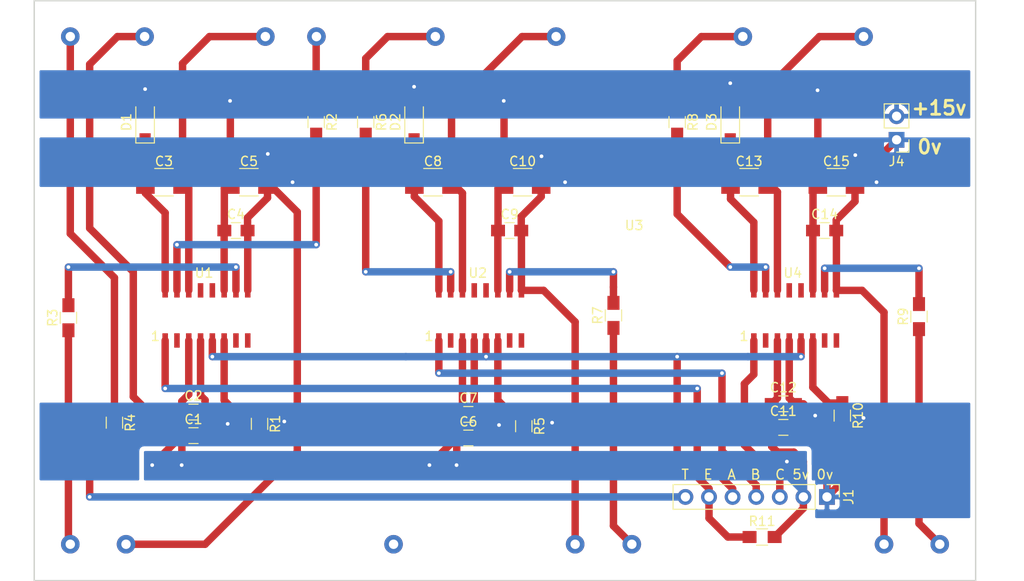
<source format=kicad_pcb>
(kicad_pcb (version 4) (host pcbnew 4.0.6-e0-6349~53~ubuntu16.04.1)

  (general
    (links 87)
    (no_connects 5)
    (area 94.234 79.807999 204.470001 142.442001)
    (thickness 1.6)
    (drawings 7)
    (tracks 298)
    (zones 0)
    (modules 35)
    (nets 44)
  )

  (page A4)
  (layers
    (0 F.Cu signal)
    (31 B.Cu signal)
    (32 B.Adhes user)
    (33 F.Adhes user)
    (34 B.Paste user)
    (35 F.Paste user)
    (36 B.SilkS user)
    (37 F.SilkS user)
    (38 B.Mask user)
    (39 F.Mask user)
    (40 Dwgs.User user)
    (41 Cmts.User user)
    (42 Eco1.User user)
    (43 Eco2.User user)
    (44 Edge.Cuts user)
    (45 Margin user)
    (46 B.CrtYd user)
    (47 F.CrtYd user)
    (48 B.Fab user)
    (49 F.Fab user)
  )

  (setup
    (last_trace_width 0.8)
    (trace_clearance 0.3)
    (zone_clearance 0.5)
    (zone_45_only no)
    (trace_min 0.2)
    (segment_width 0.2)
    (edge_width 0.15)
    (via_size 0.6)
    (via_drill 0.4)
    (via_min_size 0.4)
    (via_min_drill 0.3)
    (uvia_size 0.3)
    (uvia_drill 0.1)
    (uvias_allowed no)
    (uvia_min_size 0.2)
    (uvia_min_drill 0.1)
    (pcb_text_width 0.3)
    (pcb_text_size 1.5 1.5)
    (mod_edge_width 0.15)
    (mod_text_size 1 1)
    (mod_text_width 0.15)
    (pad_size 1.524 1.524)
    (pad_drill 0.762)
    (pad_to_mask_clearance 0.2)
    (aux_axis_origin 0 0)
    (visible_elements FFFFFF7F)
    (pcbplotparams
      (layerselection 0x00030_80000001)
      (usegerberextensions false)
      (excludeedgelayer true)
      (linewidth 0.100000)
      (plotframeref false)
      (viasonmask false)
      (mode 1)
      (useauxorigin false)
      (hpglpennumber 1)
      (hpglpenspeed 20)
      (hpglpendiameter 15)
      (hpglpenoverlay 2)
      (psnegative false)
      (psa4output false)
      (plotreference true)
      (plotvalue true)
      (plotinvisibletext false)
      (padsonsilk false)
      (subtractmaskfromsilk false)
      (outputformat 1)
      (mirror false)
      (drillshape 1)
      (scaleselection 1)
      (outputdirectory ""))
  )

  (net 0 "")
  (net 1 "Net-(C3-Pad1)")
  (net 2 "Net-(C3-Pad2)")
  (net 3 +15V)
  (net 4 "Net-(U1-Pad2)")
  (net 5 "Net-(U1-Pad7)")
  (net 6 GNDA)
  (net 7 "Net-(U1-Pad12)")
  (net 8 "Net-(U1-Pad13)")
  (net 9 "Net-(U2-Pad2)")
  (net 10 "Net-(U2-Pad7)")
  (net 11 "Net-(U2-Pad12)")
  (net 12 "Net-(U2-Pad13)")
  (net 13 GND)
  (net 14 +5V)
  (net 15 "Net-(C8-Pad1)")
  (net 16 "Net-(R2-Pad1)")
  (net 17 "Net-(R2-Pad2)")
  (net 18 "Net-(R3-Pad1)")
  (net 19 "Net-(R3-Pad2)")
  (net 20 "Net-(C8-Pad2)")
  (net 21 "Net-(C13-Pad1)")
  (net 22 "Net-(C13-Pad2)")
  (net 23 "Net-(R1-Pad1)")
  (net 24 "Net-(R5-Pad1)")
  (net 25 "Net-(R6-Pad1)")
  (net 26 "Net-(R6-Pad2)")
  (net 27 "Net-(R7-Pad1)")
  (net 28 "Net-(R7-Pad2)")
  (net 29 "Net-(R8-Pad1)")
  (net 30 "Net-(R8-Pad2)")
  (net 31 "Net-(R9-Pad1)")
  (net 32 "Net-(R9-Pad2)")
  (net 33 "Net-(R10-Pad1)")
  (net 34 "Net-(U3-Pad8)")
  (net 35 "Net-(U4-Pad13)")
  (net 36 "Net-(U4-Pad12)")
  (net 37 "Net-(U4-Pad2)")
  (net 38 "Net-(U4-Pad7)")
  (net 39 "Net-(J1-Pad3)")
  (net 40 "Net-(J1-Pad4)")
  (net 41 "Net-(J1-Pad5)")
  (net 42 "Net-(J1-Pad6)")
  (net 43 "Net-(J1-Pad7)")

  (net_class Default "This is the default net class."
    (clearance 0.3)
    (trace_width 0.8)
    (via_dia 0.6)
    (via_drill 0.4)
    (uvia_dia 0.3)
    (uvia_drill 0.1)
    (add_net +15V)
    (add_net +5V)
    (add_net GND)
    (add_net GNDA)
    (add_net "Net-(C13-Pad1)")
    (add_net "Net-(C13-Pad2)")
    (add_net "Net-(C3-Pad1)")
    (add_net "Net-(C3-Pad2)")
    (add_net "Net-(C8-Pad1)")
    (add_net "Net-(C8-Pad2)")
    (add_net "Net-(J1-Pad3)")
    (add_net "Net-(J1-Pad4)")
    (add_net "Net-(J1-Pad5)")
    (add_net "Net-(J1-Pad6)")
    (add_net "Net-(J1-Pad7)")
    (add_net "Net-(R1-Pad1)")
    (add_net "Net-(R10-Pad1)")
    (add_net "Net-(R2-Pad1)")
    (add_net "Net-(R2-Pad2)")
    (add_net "Net-(R3-Pad1)")
    (add_net "Net-(R3-Pad2)")
    (add_net "Net-(R5-Pad1)")
    (add_net "Net-(R6-Pad1)")
    (add_net "Net-(R6-Pad2)")
    (add_net "Net-(R7-Pad1)")
    (add_net "Net-(R7-Pad2)")
    (add_net "Net-(R8-Pad1)")
    (add_net "Net-(R8-Pad2)")
    (add_net "Net-(R9-Pad1)")
    (add_net "Net-(R9-Pad2)")
    (add_net "Net-(U1-Pad12)")
    (add_net "Net-(U1-Pad13)")
    (add_net "Net-(U1-Pad2)")
    (add_net "Net-(U1-Pad7)")
    (add_net "Net-(U2-Pad12)")
    (add_net "Net-(U2-Pad13)")
    (add_net "Net-(U2-Pad2)")
    (add_net "Net-(U2-Pad7)")
    (add_net "Net-(U3-Pad8)")
    (add_net "Net-(U4-Pad12)")
    (add_net "Net-(U4-Pad13)")
    (add_net "Net-(U4-Pad2)")
    (add_net "Net-(U4-Pad7)")
  )

  (module Capacitors_SMD:C_0805_HandSoldering (layer F.Cu) (tedit 58AA84A8) (tstamp 5925E7D0)
    (at 115.062 126.746)
    (descr "Capacitor SMD 0805, hand soldering")
    (tags "capacitor 0805")
    (path /5925ECEF)
    (attr smd)
    (fp_text reference C1 (at 0 -1.75) (layer F.SilkS)
      (effects (font (size 1 1) (thickness 0.15)))
    )
    (fp_text value 1uF (at 0 1.75) (layer F.Fab)
      (effects (font (size 1 1) (thickness 0.15)))
    )
    (fp_text user %R (at 0 -1.75) (layer F.Fab)
      (effects (font (size 1 1) (thickness 0.15)))
    )
    (fp_line (start -1 0.62) (end -1 -0.62) (layer F.Fab) (width 0.1))
    (fp_line (start 1 0.62) (end -1 0.62) (layer F.Fab) (width 0.1))
    (fp_line (start 1 -0.62) (end 1 0.62) (layer F.Fab) (width 0.1))
    (fp_line (start -1 -0.62) (end 1 -0.62) (layer F.Fab) (width 0.1))
    (fp_line (start 0.5 -0.85) (end -0.5 -0.85) (layer F.SilkS) (width 0.12))
    (fp_line (start -0.5 0.85) (end 0.5 0.85) (layer F.SilkS) (width 0.12))
    (fp_line (start -2.25 -0.88) (end 2.25 -0.88) (layer F.CrtYd) (width 0.05))
    (fp_line (start -2.25 -0.88) (end -2.25 0.87) (layer F.CrtYd) (width 0.05))
    (fp_line (start 2.25 0.87) (end 2.25 -0.88) (layer F.CrtYd) (width 0.05))
    (fp_line (start 2.25 0.87) (end -2.25 0.87) (layer F.CrtYd) (width 0.05))
    (pad 1 smd rect (at -1.25 0) (size 1.5 1.25) (layers F.Cu F.Paste F.Mask)
      (net 14 +5V))
    (pad 2 smd rect (at 1.25 0) (size 1.5 1.25) (layers F.Cu F.Paste F.Mask)
      (net 13 GND))
    (model Capacitors_SMD.3dshapes/C_0805.wrl
      (at (xyz 0 0 0))
      (scale (xyz 1 1 1))
      (rotate (xyz 0 0 0))
    )
  )

  (module Capacitors_SMD:C_0805_HandSoldering (layer F.Cu) (tedit 58AA84A8) (tstamp 5925E7D6)
    (at 115.062 124.206)
    (descr "Capacitor SMD 0805, hand soldering")
    (tags "capacitor 0805")
    (path /5925EC44)
    (attr smd)
    (fp_text reference C2 (at 0 -1.75) (layer F.SilkS)
      (effects (font (size 1 1) (thickness 0.15)))
    )
    (fp_text value 0.1uF (at 0 1.75) (layer F.Fab)
      (effects (font (size 1 1) (thickness 0.15)))
    )
    (fp_text user %R (at 0 -1.75) (layer F.Fab)
      (effects (font (size 1 1) (thickness 0.15)))
    )
    (fp_line (start -1 0.62) (end -1 -0.62) (layer F.Fab) (width 0.1))
    (fp_line (start 1 0.62) (end -1 0.62) (layer F.Fab) (width 0.1))
    (fp_line (start 1 -0.62) (end 1 0.62) (layer F.Fab) (width 0.1))
    (fp_line (start -1 -0.62) (end 1 -0.62) (layer F.Fab) (width 0.1))
    (fp_line (start 0.5 -0.85) (end -0.5 -0.85) (layer F.SilkS) (width 0.12))
    (fp_line (start -0.5 0.85) (end 0.5 0.85) (layer F.SilkS) (width 0.12))
    (fp_line (start -2.25 -0.88) (end 2.25 -0.88) (layer F.CrtYd) (width 0.05))
    (fp_line (start -2.25 -0.88) (end -2.25 0.87) (layer F.CrtYd) (width 0.05))
    (fp_line (start 2.25 0.87) (end 2.25 -0.88) (layer F.CrtYd) (width 0.05))
    (fp_line (start 2.25 0.87) (end -2.25 0.87) (layer F.CrtYd) (width 0.05))
    (pad 1 smd rect (at -1.25 0) (size 1.5 1.25) (layers F.Cu F.Paste F.Mask)
      (net 14 +5V))
    (pad 2 smd rect (at 1.25 0) (size 1.5 1.25) (layers F.Cu F.Paste F.Mask)
      (net 13 GND))
    (model Capacitors_SMD.3dshapes/C_0805.wrl
      (at (xyz 0 0 0))
      (scale (xyz 1 1 1))
      (rotate (xyz 0 0 0))
    )
  )

  (module Capacitors_SMD:C_1210_HandSoldering (layer F.Cu) (tedit 58AA84FB) (tstamp 5925E7DC)
    (at 111.887 99.441)
    (descr "Capacitor SMD 1210, hand soldering")
    (tags "capacitor 1210")
    (path /5925F312)
    (attr smd)
    (fp_text reference C3 (at 0 -2.25) (layer F.SilkS)
      (effects (font (size 1 1) (thickness 0.15)))
    )
    (fp_text value 10uF (at 0 2.5) (layer F.Fab)
      (effects (font (size 1 1) (thickness 0.15)))
    )
    (fp_text user %R (at 0 -2.25) (layer F.Fab)
      (effects (font (size 1 1) (thickness 0.15)))
    )
    (fp_line (start -1.6 1.25) (end -1.6 -1.25) (layer F.Fab) (width 0.1))
    (fp_line (start 1.6 1.25) (end -1.6 1.25) (layer F.Fab) (width 0.1))
    (fp_line (start 1.6 -1.25) (end 1.6 1.25) (layer F.Fab) (width 0.1))
    (fp_line (start -1.6 -1.25) (end 1.6 -1.25) (layer F.Fab) (width 0.1))
    (fp_line (start 1 -1.48) (end -1 -1.48) (layer F.SilkS) (width 0.12))
    (fp_line (start -1 1.48) (end 1 1.48) (layer F.SilkS) (width 0.12))
    (fp_line (start -3.25 -1.5) (end 3.25 -1.5) (layer F.CrtYd) (width 0.05))
    (fp_line (start -3.25 -1.5) (end -3.25 1.5) (layer F.CrtYd) (width 0.05))
    (fp_line (start 3.25 1.5) (end 3.25 -1.5) (layer F.CrtYd) (width 0.05))
    (fp_line (start 3.25 1.5) (end -3.25 1.5) (layer F.CrtYd) (width 0.05))
    (pad 1 smd rect (at -2 0) (size 2 2.5) (layers F.Cu F.Paste F.Mask)
      (net 1 "Net-(C3-Pad1)"))
    (pad 2 smd rect (at 2 0) (size 2 2.5) (layers F.Cu F.Paste F.Mask)
      (net 2 "Net-(C3-Pad2)"))
    (model Capacitors_SMD.3dshapes/C_1210.wrl
      (at (xyz 0 0 0))
      (scale (xyz 1 1 1))
      (rotate (xyz 0 0 0))
    )
  )

  (module Capacitors_SMD:C_0805_HandSoldering (layer F.Cu) (tedit 58AA84A8) (tstamp 5925E7E2)
    (at 119.634 104.648)
    (descr "Capacitor SMD 0805, hand soldering")
    (tags "capacitor 0805")
    (path /5925F1D7)
    (attr smd)
    (fp_text reference C4 (at 0 -1.75) (layer F.SilkS)
      (effects (font (size 1 1) (thickness 0.15)))
    )
    (fp_text value 0.1uF (at 0 1.75) (layer F.Fab)
      (effects (font (size 1 1) (thickness 0.15)))
    )
    (fp_text user %R (at 0 -1.75) (layer F.Fab)
      (effects (font (size 1 1) (thickness 0.15)))
    )
    (fp_line (start -1 0.62) (end -1 -0.62) (layer F.Fab) (width 0.1))
    (fp_line (start 1 0.62) (end -1 0.62) (layer F.Fab) (width 0.1))
    (fp_line (start 1 -0.62) (end 1 0.62) (layer F.Fab) (width 0.1))
    (fp_line (start -1 -0.62) (end 1 -0.62) (layer F.Fab) (width 0.1))
    (fp_line (start 0.5 -0.85) (end -0.5 -0.85) (layer F.SilkS) (width 0.12))
    (fp_line (start -0.5 0.85) (end 0.5 0.85) (layer F.SilkS) (width 0.12))
    (fp_line (start -2.25 -0.88) (end 2.25 -0.88) (layer F.CrtYd) (width 0.05))
    (fp_line (start -2.25 -0.88) (end -2.25 0.87) (layer F.CrtYd) (width 0.05))
    (fp_line (start 2.25 0.87) (end 2.25 -0.88) (layer F.CrtYd) (width 0.05))
    (fp_line (start 2.25 0.87) (end -2.25 0.87) (layer F.CrtYd) (width 0.05))
    (pad 1 smd rect (at -1.25 0) (size 1.5 1.25) (layers F.Cu F.Paste F.Mask)
      (net 3 +15V))
    (pad 2 smd rect (at 1.25 0) (size 1.5 1.25) (layers F.Cu F.Paste F.Mask)
      (net 6 GNDA))
    (model Capacitors_SMD.3dshapes/C_0805.wrl
      (at (xyz 0 0 0))
      (scale (xyz 1 1 1))
      (rotate (xyz 0 0 0))
    )
  )

  (module Capacitors_SMD:C_1210_HandSoldering (layer F.Cu) (tedit 58AA84FB) (tstamp 5925E7E8)
    (at 121.031 99.441)
    (descr "Capacitor SMD 1210, hand soldering")
    (tags "capacitor 1210")
    (path /5925F057)
    (attr smd)
    (fp_text reference C5 (at 0 -2.25) (layer F.SilkS)
      (effects (font (size 1 1) (thickness 0.15)))
    )
    (fp_text value 10uF (at 0 2.5) (layer F.Fab)
      (effects (font (size 1 1) (thickness 0.15)))
    )
    (fp_text user %R (at 0 -2.25) (layer F.Fab)
      (effects (font (size 1 1) (thickness 0.15)))
    )
    (fp_line (start -1.6 1.25) (end -1.6 -1.25) (layer F.Fab) (width 0.1))
    (fp_line (start 1.6 1.25) (end -1.6 1.25) (layer F.Fab) (width 0.1))
    (fp_line (start 1.6 -1.25) (end 1.6 1.25) (layer F.Fab) (width 0.1))
    (fp_line (start -1.6 -1.25) (end 1.6 -1.25) (layer F.Fab) (width 0.1))
    (fp_line (start 1 -1.48) (end -1 -1.48) (layer F.SilkS) (width 0.12))
    (fp_line (start -1 1.48) (end 1 1.48) (layer F.SilkS) (width 0.12))
    (fp_line (start -3.25 -1.5) (end 3.25 -1.5) (layer F.CrtYd) (width 0.05))
    (fp_line (start -3.25 -1.5) (end -3.25 1.5) (layer F.CrtYd) (width 0.05))
    (fp_line (start 3.25 1.5) (end 3.25 -1.5) (layer F.CrtYd) (width 0.05))
    (fp_line (start 3.25 1.5) (end -3.25 1.5) (layer F.CrtYd) (width 0.05))
    (pad 1 smd rect (at -2 0) (size 2 2.5) (layers F.Cu F.Paste F.Mask)
      (net 3 +15V))
    (pad 2 smd rect (at 2 0) (size 2 2.5) (layers F.Cu F.Paste F.Mask)
      (net 6 GNDA))
    (model Capacitors_SMD.3dshapes/C_1210.wrl
      (at (xyz 0 0 0))
      (scale (xyz 1 1 1))
      (rotate (xyz 0 0 0))
    )
  )

  (module Capacitors_SMD:C_0805_HandSoldering (layer F.Cu) (tedit 58AA84A8) (tstamp 5925E7EE)
    (at 144.653 127)
    (descr "Capacitor SMD 0805, hand soldering")
    (tags "capacitor 0805")
    (path /59262B42)
    (attr smd)
    (fp_text reference C6 (at 0 -1.75) (layer F.SilkS)
      (effects (font (size 1 1) (thickness 0.15)))
    )
    (fp_text value 1uF (at 0 1.75) (layer F.Fab)
      (effects (font (size 1 1) (thickness 0.15)))
    )
    (fp_text user %R (at 0 -1.75) (layer F.Fab)
      (effects (font (size 1 1) (thickness 0.15)))
    )
    (fp_line (start -1 0.62) (end -1 -0.62) (layer F.Fab) (width 0.1))
    (fp_line (start 1 0.62) (end -1 0.62) (layer F.Fab) (width 0.1))
    (fp_line (start 1 -0.62) (end 1 0.62) (layer F.Fab) (width 0.1))
    (fp_line (start -1 -0.62) (end 1 -0.62) (layer F.Fab) (width 0.1))
    (fp_line (start 0.5 -0.85) (end -0.5 -0.85) (layer F.SilkS) (width 0.12))
    (fp_line (start -0.5 0.85) (end 0.5 0.85) (layer F.SilkS) (width 0.12))
    (fp_line (start -2.25 -0.88) (end 2.25 -0.88) (layer F.CrtYd) (width 0.05))
    (fp_line (start -2.25 -0.88) (end -2.25 0.87) (layer F.CrtYd) (width 0.05))
    (fp_line (start 2.25 0.87) (end 2.25 -0.88) (layer F.CrtYd) (width 0.05))
    (fp_line (start 2.25 0.87) (end -2.25 0.87) (layer F.CrtYd) (width 0.05))
    (pad 1 smd rect (at -1.25 0) (size 1.5 1.25) (layers F.Cu F.Paste F.Mask)
      (net 14 +5V))
    (pad 2 smd rect (at 1.25 0) (size 1.5 1.25) (layers F.Cu F.Paste F.Mask)
      (net 13 GND))
    (model Capacitors_SMD.3dshapes/C_0805.wrl
      (at (xyz 0 0 0))
      (scale (xyz 1 1 1))
      (rotate (xyz 0 0 0))
    )
  )

  (module Capacitors_SMD:C_0805_HandSoldering (layer F.Cu) (tedit 58AA84A8) (tstamp 5925E7F4)
    (at 144.653 124.46)
    (descr "Capacitor SMD 0805, hand soldering")
    (tags "capacitor 0805")
    (path /59262B3C)
    (attr smd)
    (fp_text reference C7 (at 0 -1.75) (layer F.SilkS)
      (effects (font (size 1 1) (thickness 0.15)))
    )
    (fp_text value 0.1uF (at 0 1.75) (layer F.Fab)
      (effects (font (size 1 1) (thickness 0.15)))
    )
    (fp_text user %R (at 0 -1.75) (layer F.Fab)
      (effects (font (size 1 1) (thickness 0.15)))
    )
    (fp_line (start -1 0.62) (end -1 -0.62) (layer F.Fab) (width 0.1))
    (fp_line (start 1 0.62) (end -1 0.62) (layer F.Fab) (width 0.1))
    (fp_line (start 1 -0.62) (end 1 0.62) (layer F.Fab) (width 0.1))
    (fp_line (start -1 -0.62) (end 1 -0.62) (layer F.Fab) (width 0.1))
    (fp_line (start 0.5 -0.85) (end -0.5 -0.85) (layer F.SilkS) (width 0.12))
    (fp_line (start -0.5 0.85) (end 0.5 0.85) (layer F.SilkS) (width 0.12))
    (fp_line (start -2.25 -0.88) (end 2.25 -0.88) (layer F.CrtYd) (width 0.05))
    (fp_line (start -2.25 -0.88) (end -2.25 0.87) (layer F.CrtYd) (width 0.05))
    (fp_line (start 2.25 0.87) (end 2.25 -0.88) (layer F.CrtYd) (width 0.05))
    (fp_line (start 2.25 0.87) (end -2.25 0.87) (layer F.CrtYd) (width 0.05))
    (pad 1 smd rect (at -1.25 0) (size 1.5 1.25) (layers F.Cu F.Paste F.Mask)
      (net 14 +5V))
    (pad 2 smd rect (at 1.25 0) (size 1.5 1.25) (layers F.Cu F.Paste F.Mask)
      (net 13 GND))
    (model Capacitors_SMD.3dshapes/C_0805.wrl
      (at (xyz 0 0 0))
      (scale (xyz 1 1 1))
      (rotate (xyz 0 0 0))
    )
  )

  (module Capacitors_SMD:C_1210_HandSoldering (layer F.Cu) (tedit 58AA84FB) (tstamp 5925E7FA)
    (at 140.843 99.441)
    (descr "Capacitor SMD 1210, hand soldering")
    (tags "capacitor 1210")
    (path /59262B8F)
    (attr smd)
    (fp_text reference C8 (at 0 -2.25) (layer F.SilkS)
      (effects (font (size 1 1) (thickness 0.15)))
    )
    (fp_text value 10uF (at 0 2.5) (layer F.Fab)
      (effects (font (size 1 1) (thickness 0.15)))
    )
    (fp_text user %R (at 0 -2.25) (layer F.Fab)
      (effects (font (size 1 1) (thickness 0.15)))
    )
    (fp_line (start -1.6 1.25) (end -1.6 -1.25) (layer F.Fab) (width 0.1))
    (fp_line (start 1.6 1.25) (end -1.6 1.25) (layer F.Fab) (width 0.1))
    (fp_line (start 1.6 -1.25) (end 1.6 1.25) (layer F.Fab) (width 0.1))
    (fp_line (start -1.6 -1.25) (end 1.6 -1.25) (layer F.Fab) (width 0.1))
    (fp_line (start 1 -1.48) (end -1 -1.48) (layer F.SilkS) (width 0.12))
    (fp_line (start -1 1.48) (end 1 1.48) (layer F.SilkS) (width 0.12))
    (fp_line (start -3.25 -1.5) (end 3.25 -1.5) (layer F.CrtYd) (width 0.05))
    (fp_line (start -3.25 -1.5) (end -3.25 1.5) (layer F.CrtYd) (width 0.05))
    (fp_line (start 3.25 1.5) (end 3.25 -1.5) (layer F.CrtYd) (width 0.05))
    (fp_line (start 3.25 1.5) (end -3.25 1.5) (layer F.CrtYd) (width 0.05))
    (pad 1 smd rect (at -2 0) (size 2 2.5) (layers F.Cu F.Paste F.Mask)
      (net 15 "Net-(C8-Pad1)"))
    (pad 2 smd rect (at 2 0) (size 2 2.5) (layers F.Cu F.Paste F.Mask)
      (net 20 "Net-(C8-Pad2)"))
    (model Capacitors_SMD.3dshapes/C_1210.wrl
      (at (xyz 0 0 0))
      (scale (xyz 1 1 1))
      (rotate (xyz 0 0 0))
    )
  )

  (module Capacitors_SMD:C_0805_HandSoldering (layer F.Cu) (tedit 58AA84A8) (tstamp 5925E800)
    (at 149.098 104.648)
    (descr "Capacitor SMD 0805, hand soldering")
    (tags "capacitor 0805")
    (path /59262B63)
    (attr smd)
    (fp_text reference C9 (at 0 -1.75) (layer F.SilkS)
      (effects (font (size 1 1) (thickness 0.15)))
    )
    (fp_text value 0.1uF (at 0 1.75) (layer F.Fab)
      (effects (font (size 1 1) (thickness 0.15)))
    )
    (fp_text user %R (at 0 -1.75) (layer F.Fab)
      (effects (font (size 1 1) (thickness 0.15)))
    )
    (fp_line (start -1 0.62) (end -1 -0.62) (layer F.Fab) (width 0.1))
    (fp_line (start 1 0.62) (end -1 0.62) (layer F.Fab) (width 0.1))
    (fp_line (start 1 -0.62) (end 1 0.62) (layer F.Fab) (width 0.1))
    (fp_line (start -1 -0.62) (end 1 -0.62) (layer F.Fab) (width 0.1))
    (fp_line (start 0.5 -0.85) (end -0.5 -0.85) (layer F.SilkS) (width 0.12))
    (fp_line (start -0.5 0.85) (end 0.5 0.85) (layer F.SilkS) (width 0.12))
    (fp_line (start -2.25 -0.88) (end 2.25 -0.88) (layer F.CrtYd) (width 0.05))
    (fp_line (start -2.25 -0.88) (end -2.25 0.87) (layer F.CrtYd) (width 0.05))
    (fp_line (start 2.25 0.87) (end 2.25 -0.88) (layer F.CrtYd) (width 0.05))
    (fp_line (start 2.25 0.87) (end -2.25 0.87) (layer F.CrtYd) (width 0.05))
    (pad 1 smd rect (at -1.25 0) (size 1.5 1.25) (layers F.Cu F.Paste F.Mask)
      (net 3 +15V))
    (pad 2 smd rect (at 1.25 0) (size 1.5 1.25) (layers F.Cu F.Paste F.Mask)
      (net 6 GNDA))
    (model Capacitors_SMD.3dshapes/C_0805.wrl
      (at (xyz 0 0 0))
      (scale (xyz 1 1 1))
      (rotate (xyz 0 0 0))
    )
  )

  (module Capacitors_SMD:C_1210_HandSoldering (layer F.Cu) (tedit 58AA84FB) (tstamp 5925E806)
    (at 150.495 99.441)
    (descr "Capacitor SMD 1210, hand soldering")
    (tags "capacitor 1210")
    (path /59262B5D)
    (attr smd)
    (fp_text reference C10 (at 0 -2.25) (layer F.SilkS)
      (effects (font (size 1 1) (thickness 0.15)))
    )
    (fp_text value 10uF (at 0 2.5) (layer F.Fab)
      (effects (font (size 1 1) (thickness 0.15)))
    )
    (fp_text user %R (at 0 -2.25) (layer F.Fab)
      (effects (font (size 1 1) (thickness 0.15)))
    )
    (fp_line (start -1.6 1.25) (end -1.6 -1.25) (layer F.Fab) (width 0.1))
    (fp_line (start 1.6 1.25) (end -1.6 1.25) (layer F.Fab) (width 0.1))
    (fp_line (start 1.6 -1.25) (end 1.6 1.25) (layer F.Fab) (width 0.1))
    (fp_line (start -1.6 -1.25) (end 1.6 -1.25) (layer F.Fab) (width 0.1))
    (fp_line (start 1 -1.48) (end -1 -1.48) (layer F.SilkS) (width 0.12))
    (fp_line (start -1 1.48) (end 1 1.48) (layer F.SilkS) (width 0.12))
    (fp_line (start -3.25 -1.5) (end 3.25 -1.5) (layer F.CrtYd) (width 0.05))
    (fp_line (start -3.25 -1.5) (end -3.25 1.5) (layer F.CrtYd) (width 0.05))
    (fp_line (start 3.25 1.5) (end 3.25 -1.5) (layer F.CrtYd) (width 0.05))
    (fp_line (start 3.25 1.5) (end -3.25 1.5) (layer F.CrtYd) (width 0.05))
    (pad 1 smd rect (at -2 0) (size 2 2.5) (layers F.Cu F.Paste F.Mask)
      (net 3 +15V))
    (pad 2 smd rect (at 2 0) (size 2 2.5) (layers F.Cu F.Paste F.Mask)
      (net 6 GNDA))
    (model Capacitors_SMD.3dshapes/C_1210.wrl
      (at (xyz 0 0 0))
      (scale (xyz 1 1 1))
      (rotate (xyz 0 0 0))
    )
  )

  (module Capacitors_SMD:C_0805_HandSoldering (layer F.Cu) (tedit 58AA84A8) (tstamp 5925E80C)
    (at 178.562 125.857)
    (descr "Capacitor SMD 0805, hand soldering")
    (tags "capacitor 0805")
    (path /59263520)
    (attr smd)
    (fp_text reference C11 (at 0 -1.75) (layer F.SilkS)
      (effects (font (size 1 1) (thickness 0.15)))
    )
    (fp_text value 1uF (at 0 1.75) (layer F.Fab)
      (effects (font (size 1 1) (thickness 0.15)))
    )
    (fp_text user %R (at 0 -1.75) (layer F.Fab)
      (effects (font (size 1 1) (thickness 0.15)))
    )
    (fp_line (start -1 0.62) (end -1 -0.62) (layer F.Fab) (width 0.1))
    (fp_line (start 1 0.62) (end -1 0.62) (layer F.Fab) (width 0.1))
    (fp_line (start 1 -0.62) (end 1 0.62) (layer F.Fab) (width 0.1))
    (fp_line (start -1 -0.62) (end 1 -0.62) (layer F.Fab) (width 0.1))
    (fp_line (start 0.5 -0.85) (end -0.5 -0.85) (layer F.SilkS) (width 0.12))
    (fp_line (start -0.5 0.85) (end 0.5 0.85) (layer F.SilkS) (width 0.12))
    (fp_line (start -2.25 -0.88) (end 2.25 -0.88) (layer F.CrtYd) (width 0.05))
    (fp_line (start -2.25 -0.88) (end -2.25 0.87) (layer F.CrtYd) (width 0.05))
    (fp_line (start 2.25 0.87) (end 2.25 -0.88) (layer F.CrtYd) (width 0.05))
    (fp_line (start 2.25 0.87) (end -2.25 0.87) (layer F.CrtYd) (width 0.05))
    (pad 1 smd rect (at -1.25 0) (size 1.5 1.25) (layers F.Cu F.Paste F.Mask)
      (net 14 +5V))
    (pad 2 smd rect (at 1.25 0) (size 1.5 1.25) (layers F.Cu F.Paste F.Mask)
      (net 13 GND))
    (model Capacitors_SMD.3dshapes/C_0805.wrl
      (at (xyz 0 0 0))
      (scale (xyz 1 1 1))
      (rotate (xyz 0 0 0))
    )
  )

  (module Capacitors_SMD:C_0805_HandSoldering (layer F.Cu) (tedit 58AA84A8) (tstamp 5925E812)
    (at 178.562 123.317)
    (descr "Capacitor SMD 0805, hand soldering")
    (tags "capacitor 0805")
    (path /5926351A)
    (attr smd)
    (fp_text reference C12 (at 0 -1.75) (layer F.SilkS)
      (effects (font (size 1 1) (thickness 0.15)))
    )
    (fp_text value 0.1uF (at 0 1.75) (layer F.Fab)
      (effects (font (size 1 1) (thickness 0.15)))
    )
    (fp_text user %R (at 0 -1.75) (layer F.Fab)
      (effects (font (size 1 1) (thickness 0.15)))
    )
    (fp_line (start -1 0.62) (end -1 -0.62) (layer F.Fab) (width 0.1))
    (fp_line (start 1 0.62) (end -1 0.62) (layer F.Fab) (width 0.1))
    (fp_line (start 1 -0.62) (end 1 0.62) (layer F.Fab) (width 0.1))
    (fp_line (start -1 -0.62) (end 1 -0.62) (layer F.Fab) (width 0.1))
    (fp_line (start 0.5 -0.85) (end -0.5 -0.85) (layer F.SilkS) (width 0.12))
    (fp_line (start -0.5 0.85) (end 0.5 0.85) (layer F.SilkS) (width 0.12))
    (fp_line (start -2.25 -0.88) (end 2.25 -0.88) (layer F.CrtYd) (width 0.05))
    (fp_line (start -2.25 -0.88) (end -2.25 0.87) (layer F.CrtYd) (width 0.05))
    (fp_line (start 2.25 0.87) (end 2.25 -0.88) (layer F.CrtYd) (width 0.05))
    (fp_line (start 2.25 0.87) (end -2.25 0.87) (layer F.CrtYd) (width 0.05))
    (pad 1 smd rect (at -1.25 0) (size 1.5 1.25) (layers F.Cu F.Paste F.Mask)
      (net 14 +5V))
    (pad 2 smd rect (at 1.25 0) (size 1.5 1.25) (layers F.Cu F.Paste F.Mask)
      (net 13 GND))
    (model Capacitors_SMD.3dshapes/C_0805.wrl
      (at (xyz 0 0 0))
      (scale (xyz 1 1 1))
      (rotate (xyz 0 0 0))
    )
  )

  (module Capacitors_SMD:C_1210_HandSoldering (layer F.Cu) (tedit 58AA84FB) (tstamp 5925E818)
    (at 174.879 99.441)
    (descr "Capacitor SMD 1210, hand soldering")
    (tags "capacitor 1210")
    (path /5926356D)
    (attr smd)
    (fp_text reference C13 (at 0 -2.25) (layer F.SilkS)
      (effects (font (size 1 1) (thickness 0.15)))
    )
    (fp_text value 10uF (at 0 2.5) (layer F.Fab)
      (effects (font (size 1 1) (thickness 0.15)))
    )
    (fp_text user %R (at 0 -2.25) (layer F.Fab)
      (effects (font (size 1 1) (thickness 0.15)))
    )
    (fp_line (start -1.6 1.25) (end -1.6 -1.25) (layer F.Fab) (width 0.1))
    (fp_line (start 1.6 1.25) (end -1.6 1.25) (layer F.Fab) (width 0.1))
    (fp_line (start 1.6 -1.25) (end 1.6 1.25) (layer F.Fab) (width 0.1))
    (fp_line (start -1.6 -1.25) (end 1.6 -1.25) (layer F.Fab) (width 0.1))
    (fp_line (start 1 -1.48) (end -1 -1.48) (layer F.SilkS) (width 0.12))
    (fp_line (start -1 1.48) (end 1 1.48) (layer F.SilkS) (width 0.12))
    (fp_line (start -3.25 -1.5) (end 3.25 -1.5) (layer F.CrtYd) (width 0.05))
    (fp_line (start -3.25 -1.5) (end -3.25 1.5) (layer F.CrtYd) (width 0.05))
    (fp_line (start 3.25 1.5) (end 3.25 -1.5) (layer F.CrtYd) (width 0.05))
    (fp_line (start 3.25 1.5) (end -3.25 1.5) (layer F.CrtYd) (width 0.05))
    (pad 1 smd rect (at -2 0) (size 2 2.5) (layers F.Cu F.Paste F.Mask)
      (net 21 "Net-(C13-Pad1)"))
    (pad 2 smd rect (at 2 0) (size 2 2.5) (layers F.Cu F.Paste F.Mask)
      (net 22 "Net-(C13-Pad2)"))
    (model Capacitors_SMD.3dshapes/C_1210.wrl
      (at (xyz 0 0 0))
      (scale (xyz 1 1 1))
      (rotate (xyz 0 0 0))
    )
  )

  (module Capacitors_SMD:C_0805_HandSoldering (layer F.Cu) (tedit 58AA84A8) (tstamp 5925E81E)
    (at 183.007 104.648)
    (descr "Capacitor SMD 0805, hand soldering")
    (tags "capacitor 0805")
    (path /59263541)
    (attr smd)
    (fp_text reference C14 (at 0 -1.75) (layer F.SilkS)
      (effects (font (size 1 1) (thickness 0.15)))
    )
    (fp_text value 0.1uF (at 0 1.75) (layer F.Fab)
      (effects (font (size 1 1) (thickness 0.15)))
    )
    (fp_text user %R (at 0 -1.75) (layer F.Fab)
      (effects (font (size 1 1) (thickness 0.15)))
    )
    (fp_line (start -1 0.62) (end -1 -0.62) (layer F.Fab) (width 0.1))
    (fp_line (start 1 0.62) (end -1 0.62) (layer F.Fab) (width 0.1))
    (fp_line (start 1 -0.62) (end 1 0.62) (layer F.Fab) (width 0.1))
    (fp_line (start -1 -0.62) (end 1 -0.62) (layer F.Fab) (width 0.1))
    (fp_line (start 0.5 -0.85) (end -0.5 -0.85) (layer F.SilkS) (width 0.12))
    (fp_line (start -0.5 0.85) (end 0.5 0.85) (layer F.SilkS) (width 0.12))
    (fp_line (start -2.25 -0.88) (end 2.25 -0.88) (layer F.CrtYd) (width 0.05))
    (fp_line (start -2.25 -0.88) (end -2.25 0.87) (layer F.CrtYd) (width 0.05))
    (fp_line (start 2.25 0.87) (end 2.25 -0.88) (layer F.CrtYd) (width 0.05))
    (fp_line (start 2.25 0.87) (end -2.25 0.87) (layer F.CrtYd) (width 0.05))
    (pad 1 smd rect (at -1.25 0) (size 1.5 1.25) (layers F.Cu F.Paste F.Mask)
      (net 3 +15V))
    (pad 2 smd rect (at 1.25 0) (size 1.5 1.25) (layers F.Cu F.Paste F.Mask)
      (net 6 GNDA))
    (model Capacitors_SMD.3dshapes/C_0805.wrl
      (at (xyz 0 0 0))
      (scale (xyz 1 1 1))
      (rotate (xyz 0 0 0))
    )
  )

  (module Capacitors_SMD:C_1210_HandSoldering (layer F.Cu) (tedit 58AA84FB) (tstamp 5925E824)
    (at 184.277 99.441)
    (descr "Capacitor SMD 1210, hand soldering")
    (tags "capacitor 1210")
    (path /5926353B)
    (attr smd)
    (fp_text reference C15 (at 0 -2.25) (layer F.SilkS)
      (effects (font (size 1 1) (thickness 0.15)))
    )
    (fp_text value 10uF (at 0 2.5) (layer F.Fab)
      (effects (font (size 1 1) (thickness 0.15)))
    )
    (fp_text user %R (at 0 -2.25) (layer F.Fab)
      (effects (font (size 1 1) (thickness 0.15)))
    )
    (fp_line (start -1.6 1.25) (end -1.6 -1.25) (layer F.Fab) (width 0.1))
    (fp_line (start 1.6 1.25) (end -1.6 1.25) (layer F.Fab) (width 0.1))
    (fp_line (start 1.6 -1.25) (end 1.6 1.25) (layer F.Fab) (width 0.1))
    (fp_line (start -1.6 -1.25) (end 1.6 -1.25) (layer F.Fab) (width 0.1))
    (fp_line (start 1 -1.48) (end -1 -1.48) (layer F.SilkS) (width 0.12))
    (fp_line (start -1 1.48) (end 1 1.48) (layer F.SilkS) (width 0.12))
    (fp_line (start -3.25 -1.5) (end 3.25 -1.5) (layer F.CrtYd) (width 0.05))
    (fp_line (start -3.25 -1.5) (end -3.25 1.5) (layer F.CrtYd) (width 0.05))
    (fp_line (start 3.25 1.5) (end 3.25 -1.5) (layer F.CrtYd) (width 0.05))
    (fp_line (start 3.25 1.5) (end -3.25 1.5) (layer F.CrtYd) (width 0.05))
    (pad 1 smd rect (at -2 0) (size 2 2.5) (layers F.Cu F.Paste F.Mask)
      (net 3 +15V))
    (pad 2 smd rect (at 2 0) (size 2 2.5) (layers F.Cu F.Paste F.Mask)
      (net 6 GNDA))
    (model Capacitors_SMD.3dshapes/C_1210.wrl
      (at (xyz 0 0 0))
      (scale (xyz 1 1 1))
      (rotate (xyz 0 0 0))
    )
  )

  (module Diodes_SMD:D_SOD-123 (layer F.Cu) (tedit 58645DC7) (tstamp 5925E82A)
    (at 109.855 92.964 90)
    (descr SOD-123)
    (tags SOD-123)
    (path /5925F401)
    (attr smd)
    (fp_text reference D1 (at 0 -2 90) (layer F.SilkS)
      (effects (font (size 1 1) (thickness 0.15)))
    )
    (fp_text value D (at 0 2.1 90) (layer F.Fab)
      (effects (font (size 1 1) (thickness 0.15)))
    )
    (fp_text user %R (at 0 -2 90) (layer F.Fab)
      (effects (font (size 1 1) (thickness 0.15)))
    )
    (fp_line (start -2.25 -1) (end -2.25 1) (layer F.SilkS) (width 0.12))
    (fp_line (start 0.25 0) (end 0.75 0) (layer F.Fab) (width 0.1))
    (fp_line (start 0.25 0.4) (end -0.35 0) (layer F.Fab) (width 0.1))
    (fp_line (start 0.25 -0.4) (end 0.25 0.4) (layer F.Fab) (width 0.1))
    (fp_line (start -0.35 0) (end 0.25 -0.4) (layer F.Fab) (width 0.1))
    (fp_line (start -0.35 0) (end -0.35 0.55) (layer F.Fab) (width 0.1))
    (fp_line (start -0.35 0) (end -0.35 -0.55) (layer F.Fab) (width 0.1))
    (fp_line (start -0.75 0) (end -0.35 0) (layer F.Fab) (width 0.1))
    (fp_line (start -1.4 0.9) (end -1.4 -0.9) (layer F.Fab) (width 0.1))
    (fp_line (start 1.4 0.9) (end -1.4 0.9) (layer F.Fab) (width 0.1))
    (fp_line (start 1.4 -0.9) (end 1.4 0.9) (layer F.Fab) (width 0.1))
    (fp_line (start -1.4 -0.9) (end 1.4 -0.9) (layer F.Fab) (width 0.1))
    (fp_line (start -2.35 -1.15) (end 2.35 -1.15) (layer F.CrtYd) (width 0.05))
    (fp_line (start 2.35 -1.15) (end 2.35 1.15) (layer F.CrtYd) (width 0.05))
    (fp_line (start 2.35 1.15) (end -2.35 1.15) (layer F.CrtYd) (width 0.05))
    (fp_line (start -2.35 -1.15) (end -2.35 1.15) (layer F.CrtYd) (width 0.05))
    (fp_line (start -2.25 1) (end 1.65 1) (layer F.SilkS) (width 0.12))
    (fp_line (start -2.25 -1) (end 1.65 -1) (layer F.SilkS) (width 0.12))
    (pad 1 smd rect (at -1.65 0 90) (size 0.9 1.2) (layers F.Cu F.Paste F.Mask)
      (net 1 "Net-(C3-Pad1)"))
    (pad 2 smd rect (at 1.65 0 90) (size 0.9 1.2) (layers F.Cu F.Paste F.Mask)
      (net 3 +15V))
    (model ${KISYS3DMOD}/Diodes_SMD.3dshapes/D_SOD-123.wrl
      (at (xyz 0 0 0))
      (scale (xyz 1 1 1))
      (rotate (xyz 0 0 0))
    )
  )

  (module Diodes_SMD:D_SOD-123 (layer F.Cu) (tedit 58645DC7) (tstamp 5925E830)
    (at 138.811 92.964 90)
    (descr SOD-123)
    (tags SOD-123)
    (path /59262B6E)
    (attr smd)
    (fp_text reference D2 (at 0 -2 90) (layer F.SilkS)
      (effects (font (size 1 1) (thickness 0.15)))
    )
    (fp_text value D (at 0 2.1 90) (layer F.Fab)
      (effects (font (size 1 1) (thickness 0.15)))
    )
    (fp_text user %R (at 0 -2 90) (layer F.Fab)
      (effects (font (size 1 1) (thickness 0.15)))
    )
    (fp_line (start -2.25 -1) (end -2.25 1) (layer F.SilkS) (width 0.12))
    (fp_line (start 0.25 0) (end 0.75 0) (layer F.Fab) (width 0.1))
    (fp_line (start 0.25 0.4) (end -0.35 0) (layer F.Fab) (width 0.1))
    (fp_line (start 0.25 -0.4) (end 0.25 0.4) (layer F.Fab) (width 0.1))
    (fp_line (start -0.35 0) (end 0.25 -0.4) (layer F.Fab) (width 0.1))
    (fp_line (start -0.35 0) (end -0.35 0.55) (layer F.Fab) (width 0.1))
    (fp_line (start -0.35 0) (end -0.35 -0.55) (layer F.Fab) (width 0.1))
    (fp_line (start -0.75 0) (end -0.35 0) (layer F.Fab) (width 0.1))
    (fp_line (start -1.4 0.9) (end -1.4 -0.9) (layer F.Fab) (width 0.1))
    (fp_line (start 1.4 0.9) (end -1.4 0.9) (layer F.Fab) (width 0.1))
    (fp_line (start 1.4 -0.9) (end 1.4 0.9) (layer F.Fab) (width 0.1))
    (fp_line (start -1.4 -0.9) (end 1.4 -0.9) (layer F.Fab) (width 0.1))
    (fp_line (start -2.35 -1.15) (end 2.35 -1.15) (layer F.CrtYd) (width 0.05))
    (fp_line (start 2.35 -1.15) (end 2.35 1.15) (layer F.CrtYd) (width 0.05))
    (fp_line (start 2.35 1.15) (end -2.35 1.15) (layer F.CrtYd) (width 0.05))
    (fp_line (start -2.35 -1.15) (end -2.35 1.15) (layer F.CrtYd) (width 0.05))
    (fp_line (start -2.25 1) (end 1.65 1) (layer F.SilkS) (width 0.12))
    (fp_line (start -2.25 -1) (end 1.65 -1) (layer F.SilkS) (width 0.12))
    (pad 1 smd rect (at -1.65 0 90) (size 0.9 1.2) (layers F.Cu F.Paste F.Mask)
      (net 15 "Net-(C8-Pad1)"))
    (pad 2 smd rect (at 1.65 0 90) (size 0.9 1.2) (layers F.Cu F.Paste F.Mask)
      (net 3 +15V))
    (model ${KISYS3DMOD}/Diodes_SMD.3dshapes/D_SOD-123.wrl
      (at (xyz 0 0 0))
      (scale (xyz 1 1 1))
      (rotate (xyz 0 0 0))
    )
  )

  (module Diodes_SMD:D_SOD-123 (layer F.Cu) (tedit 58645DC7) (tstamp 5925E836)
    (at 172.847 92.964 90)
    (descr SOD-123)
    (tags SOD-123)
    (path /5926354C)
    (attr smd)
    (fp_text reference D3 (at 0 -2 90) (layer F.SilkS)
      (effects (font (size 1 1) (thickness 0.15)))
    )
    (fp_text value D (at 0 2.1 90) (layer F.Fab)
      (effects (font (size 1 1) (thickness 0.15)))
    )
    (fp_text user %R (at 0 -2 90) (layer F.Fab)
      (effects (font (size 1 1) (thickness 0.15)))
    )
    (fp_line (start -2.25 -1) (end -2.25 1) (layer F.SilkS) (width 0.12))
    (fp_line (start 0.25 0) (end 0.75 0) (layer F.Fab) (width 0.1))
    (fp_line (start 0.25 0.4) (end -0.35 0) (layer F.Fab) (width 0.1))
    (fp_line (start 0.25 -0.4) (end 0.25 0.4) (layer F.Fab) (width 0.1))
    (fp_line (start -0.35 0) (end 0.25 -0.4) (layer F.Fab) (width 0.1))
    (fp_line (start -0.35 0) (end -0.35 0.55) (layer F.Fab) (width 0.1))
    (fp_line (start -0.35 0) (end -0.35 -0.55) (layer F.Fab) (width 0.1))
    (fp_line (start -0.75 0) (end -0.35 0) (layer F.Fab) (width 0.1))
    (fp_line (start -1.4 0.9) (end -1.4 -0.9) (layer F.Fab) (width 0.1))
    (fp_line (start 1.4 0.9) (end -1.4 0.9) (layer F.Fab) (width 0.1))
    (fp_line (start 1.4 -0.9) (end 1.4 0.9) (layer F.Fab) (width 0.1))
    (fp_line (start -1.4 -0.9) (end 1.4 -0.9) (layer F.Fab) (width 0.1))
    (fp_line (start -2.35 -1.15) (end 2.35 -1.15) (layer F.CrtYd) (width 0.05))
    (fp_line (start 2.35 -1.15) (end 2.35 1.15) (layer F.CrtYd) (width 0.05))
    (fp_line (start 2.35 1.15) (end -2.35 1.15) (layer F.CrtYd) (width 0.05))
    (fp_line (start -2.35 -1.15) (end -2.35 1.15) (layer F.CrtYd) (width 0.05))
    (fp_line (start -2.25 1) (end 1.65 1) (layer F.SilkS) (width 0.12))
    (fp_line (start -2.25 -1) (end 1.65 -1) (layer F.SilkS) (width 0.12))
    (pad 1 smd rect (at -1.65 0 90) (size 0.9 1.2) (layers F.Cu F.Paste F.Mask)
      (net 21 "Net-(C13-Pad1)"))
    (pad 2 smd rect (at 1.65 0 90) (size 0.9 1.2) (layers F.Cu F.Paste F.Mask)
      (net 3 +15V))
    (model ${KISYS3DMOD}/Diodes_SMD.3dshapes/D_SOD-123.wrl
      (at (xyz 0 0 0))
      (scale (xyz 1 1 1))
      (rotate (xyz 0 0 0))
    )
  )

  (module Resistors_SMD:R_0805_HandSoldering (layer F.Cu) (tedit 58E0A804) (tstamp 5925E83C)
    (at 122.174 125.476 270)
    (descr "Resistor SMD 0805, hand soldering")
    (tags "resistor 0805")
    (path /5925EDE0)
    (attr smd)
    (fp_text reference R1 (at 0 -1.7 270) (layer F.SilkS)
      (effects (font (size 1 1) (thickness 0.15)))
    )
    (fp_text value R (at 0 1.75 270) (layer F.Fab)
      (effects (font (size 1 1) (thickness 0.15)))
    )
    (fp_text user %R (at 0 0 270) (layer F.Fab)
      (effects (font (size 0.5 0.5) (thickness 0.075)))
    )
    (fp_line (start -1 0.62) (end -1 -0.62) (layer F.Fab) (width 0.1))
    (fp_line (start 1 0.62) (end -1 0.62) (layer F.Fab) (width 0.1))
    (fp_line (start 1 -0.62) (end 1 0.62) (layer F.Fab) (width 0.1))
    (fp_line (start -1 -0.62) (end 1 -0.62) (layer F.Fab) (width 0.1))
    (fp_line (start 0.6 0.88) (end -0.6 0.88) (layer F.SilkS) (width 0.12))
    (fp_line (start -0.6 -0.88) (end 0.6 -0.88) (layer F.SilkS) (width 0.12))
    (fp_line (start -2.35 -0.9) (end 2.35 -0.9) (layer F.CrtYd) (width 0.05))
    (fp_line (start -2.35 -0.9) (end -2.35 0.9) (layer F.CrtYd) (width 0.05))
    (fp_line (start 2.35 0.9) (end 2.35 -0.9) (layer F.CrtYd) (width 0.05))
    (fp_line (start 2.35 0.9) (end -2.35 0.9) (layer F.CrtYd) (width 0.05))
    (pad 1 smd rect (at -1.35 0 270) (size 1.5 1.3) (layers F.Cu F.Paste F.Mask)
      (net 23 "Net-(R1-Pad1)"))
    (pad 2 smd rect (at 1.35 0 270) (size 1.5 1.3) (layers F.Cu F.Paste F.Mask)
      (net 13 GND))
    (model ${KISYS3DMOD}/Resistors_SMD.3dshapes/R_0805.wrl
      (at (xyz 0 0 0))
      (scale (xyz 1 1 1))
      (rotate (xyz 0 0 0))
    )
  )

  (module Resistors_SMD:R_0805_HandSoldering (layer F.Cu) (tedit 58E0A804) (tstamp 5925E842)
    (at 128.27 92.964 270)
    (descr "Resistor SMD 0805, hand soldering")
    (tags "resistor 0805")
    (path /59262B97)
    (attr smd)
    (fp_text reference R2 (at 0 -1.7 270) (layer F.SilkS)
      (effects (font (size 1 1) (thickness 0.15)))
    )
    (fp_text value 1.6R (at 0 1.75 270) (layer F.Fab)
      (effects (font (size 1 1) (thickness 0.15)))
    )
    (fp_text user %R (at 0 0 270) (layer F.Fab)
      (effects (font (size 0.5 0.5) (thickness 0.075)))
    )
    (fp_line (start -1 0.62) (end -1 -0.62) (layer F.Fab) (width 0.1))
    (fp_line (start 1 0.62) (end -1 0.62) (layer F.Fab) (width 0.1))
    (fp_line (start 1 -0.62) (end 1 0.62) (layer F.Fab) (width 0.1))
    (fp_line (start -1 -0.62) (end 1 -0.62) (layer F.Fab) (width 0.1))
    (fp_line (start 0.6 0.88) (end -0.6 0.88) (layer F.SilkS) (width 0.12))
    (fp_line (start -0.6 -0.88) (end 0.6 -0.88) (layer F.SilkS) (width 0.12))
    (fp_line (start -2.35 -0.9) (end 2.35 -0.9) (layer F.CrtYd) (width 0.05))
    (fp_line (start -2.35 -0.9) (end -2.35 0.9) (layer F.CrtYd) (width 0.05))
    (fp_line (start 2.35 0.9) (end 2.35 -0.9) (layer F.CrtYd) (width 0.05))
    (fp_line (start 2.35 0.9) (end -2.35 0.9) (layer F.CrtYd) (width 0.05))
    (pad 1 smd rect (at -1.35 0 270) (size 1.5 1.3) (layers F.Cu F.Paste F.Mask)
      (net 16 "Net-(R2-Pad1)"))
    (pad 2 smd rect (at 1.35 0 270) (size 1.5 1.3) (layers F.Cu F.Paste F.Mask)
      (net 17 "Net-(R2-Pad2)"))
    (model ${KISYS3DMOD}/Resistors_SMD.3dshapes/R_0805.wrl
      (at (xyz 0 0 0))
      (scale (xyz 1 1 1))
      (rotate (xyz 0 0 0))
    )
  )

  (module Resistors_SMD:R_0805_HandSoldering (layer F.Cu) (tedit 58E0A804) (tstamp 5925E848)
    (at 101.6 114.046 90)
    (descr "Resistor SMD 0805, hand soldering")
    (tags "resistor 0805")
    (path /59264AE1)
    (attr smd)
    (fp_text reference R3 (at 0 -1.7 90) (layer F.SilkS)
      (effects (font (size 1 1) (thickness 0.15)))
    )
    (fp_text value 1.6R (at 0 1.75 90) (layer F.Fab)
      (effects (font (size 1 1) (thickness 0.15)))
    )
    (fp_text user %R (at 0 0 90) (layer F.Fab)
      (effects (font (size 0.5 0.5) (thickness 0.075)))
    )
    (fp_line (start -1 0.62) (end -1 -0.62) (layer F.Fab) (width 0.1))
    (fp_line (start 1 0.62) (end -1 0.62) (layer F.Fab) (width 0.1))
    (fp_line (start 1 -0.62) (end 1 0.62) (layer F.Fab) (width 0.1))
    (fp_line (start -1 -0.62) (end 1 -0.62) (layer F.Fab) (width 0.1))
    (fp_line (start 0.6 0.88) (end -0.6 0.88) (layer F.SilkS) (width 0.12))
    (fp_line (start -0.6 -0.88) (end 0.6 -0.88) (layer F.SilkS) (width 0.12))
    (fp_line (start -2.35 -0.9) (end 2.35 -0.9) (layer F.CrtYd) (width 0.05))
    (fp_line (start -2.35 -0.9) (end -2.35 0.9) (layer F.CrtYd) (width 0.05))
    (fp_line (start 2.35 0.9) (end 2.35 -0.9) (layer F.CrtYd) (width 0.05))
    (fp_line (start 2.35 0.9) (end -2.35 0.9) (layer F.CrtYd) (width 0.05))
    (pad 1 smd rect (at -1.35 0 90) (size 1.5 1.3) (layers F.Cu F.Paste F.Mask)
      (net 18 "Net-(R3-Pad1)"))
    (pad 2 smd rect (at 1.35 0 90) (size 1.5 1.3) (layers F.Cu F.Paste F.Mask)
      (net 19 "Net-(R3-Pad2)"))
    (model ${KISYS3DMOD}/Resistors_SMD.3dshapes/R_0805.wrl
      (at (xyz 0 0 0))
      (scale (xyz 1 1 1))
      (rotate (xyz 0 0 0))
    )
  )

  (module Resistors_SMD:R_0805_HandSoldering (layer F.Cu) (tedit 58E0A804) (tstamp 5925E854)
    (at 150.622 125.73 270)
    (descr "Resistor SMD 0805, hand soldering")
    (tags "resistor 0805")
    (path /59262B4E)
    (attr smd)
    (fp_text reference R5 (at 0 -1.7 270) (layer F.SilkS)
      (effects (font (size 1 1) (thickness 0.15)))
    )
    (fp_text value R (at 0 1.75 270) (layer F.Fab)
      (effects (font (size 1 1) (thickness 0.15)))
    )
    (fp_text user %R (at 0 0 270) (layer F.Fab)
      (effects (font (size 0.5 0.5) (thickness 0.075)))
    )
    (fp_line (start -1 0.62) (end -1 -0.62) (layer F.Fab) (width 0.1))
    (fp_line (start 1 0.62) (end -1 0.62) (layer F.Fab) (width 0.1))
    (fp_line (start 1 -0.62) (end 1 0.62) (layer F.Fab) (width 0.1))
    (fp_line (start -1 -0.62) (end 1 -0.62) (layer F.Fab) (width 0.1))
    (fp_line (start 0.6 0.88) (end -0.6 0.88) (layer F.SilkS) (width 0.12))
    (fp_line (start -0.6 -0.88) (end 0.6 -0.88) (layer F.SilkS) (width 0.12))
    (fp_line (start -2.35 -0.9) (end 2.35 -0.9) (layer F.CrtYd) (width 0.05))
    (fp_line (start -2.35 -0.9) (end -2.35 0.9) (layer F.CrtYd) (width 0.05))
    (fp_line (start 2.35 0.9) (end 2.35 -0.9) (layer F.CrtYd) (width 0.05))
    (fp_line (start 2.35 0.9) (end -2.35 0.9) (layer F.CrtYd) (width 0.05))
    (pad 1 smd rect (at -1.35 0 270) (size 1.5 1.3) (layers F.Cu F.Paste F.Mask)
      (net 24 "Net-(R5-Pad1)"))
    (pad 2 smd rect (at 1.35 0 270) (size 1.5 1.3) (layers F.Cu F.Paste F.Mask)
      (net 13 GND))
    (model ${KISYS3DMOD}/Resistors_SMD.3dshapes/R_0805.wrl
      (at (xyz 0 0 0))
      (scale (xyz 1 1 1))
      (rotate (xyz 0 0 0))
    )
  )

  (module Resistors_SMD:R_0805_HandSoldering (layer F.Cu) (tedit 58E0A804) (tstamp 5925E85A)
    (at 133.604 92.964 270)
    (descr "Resistor SMD 0805, hand soldering")
    (tags "resistor 0805")
    (path /592600AF)
    (attr smd)
    (fp_text reference R6 (at 0 -1.7 270) (layer F.SilkS)
      (effects (font (size 1 1) (thickness 0.15)))
    )
    (fp_text value 1.6R (at 0 1.75 270) (layer F.Fab)
      (effects (font (size 1 1) (thickness 0.15)))
    )
    (fp_text user %R (at 0 0 270) (layer F.Fab)
      (effects (font (size 0.5 0.5) (thickness 0.075)))
    )
    (fp_line (start -1 0.62) (end -1 -0.62) (layer F.Fab) (width 0.1))
    (fp_line (start 1 0.62) (end -1 0.62) (layer F.Fab) (width 0.1))
    (fp_line (start 1 -0.62) (end 1 0.62) (layer F.Fab) (width 0.1))
    (fp_line (start -1 -0.62) (end 1 -0.62) (layer F.Fab) (width 0.1))
    (fp_line (start 0.6 0.88) (end -0.6 0.88) (layer F.SilkS) (width 0.12))
    (fp_line (start -0.6 -0.88) (end 0.6 -0.88) (layer F.SilkS) (width 0.12))
    (fp_line (start -2.35 -0.9) (end 2.35 -0.9) (layer F.CrtYd) (width 0.05))
    (fp_line (start -2.35 -0.9) (end -2.35 0.9) (layer F.CrtYd) (width 0.05))
    (fp_line (start 2.35 0.9) (end 2.35 -0.9) (layer F.CrtYd) (width 0.05))
    (fp_line (start 2.35 0.9) (end -2.35 0.9) (layer F.CrtYd) (width 0.05))
    (pad 1 smd rect (at -1.35 0 270) (size 1.5 1.3) (layers F.Cu F.Paste F.Mask)
      (net 25 "Net-(R6-Pad1)"))
    (pad 2 smd rect (at 1.35 0 270) (size 1.5 1.3) (layers F.Cu F.Paste F.Mask)
      (net 26 "Net-(R6-Pad2)"))
    (model ${KISYS3DMOD}/Resistors_SMD.3dshapes/R_0805.wrl
      (at (xyz 0 0 0))
      (scale (xyz 1 1 1))
      (rotate (xyz 0 0 0))
    )
  )

  (module Resistors_SMD:R_0805_HandSoldering (layer F.Cu) (tedit 58E0A804) (tstamp 5925E860)
    (at 160.274 113.792 90)
    (descr "Resistor SMD 0805, hand soldering")
    (tags "resistor 0805")
    (path /592603A4)
    (attr smd)
    (fp_text reference R7 (at 0 -1.7 90) (layer F.SilkS)
      (effects (font (size 1 1) (thickness 0.15)))
    )
    (fp_text value 1.6R (at 0 1.75 90) (layer F.Fab)
      (effects (font (size 1 1) (thickness 0.15)))
    )
    (fp_text user %R (at 0 0 90) (layer F.Fab)
      (effects (font (size 0.5 0.5) (thickness 0.075)))
    )
    (fp_line (start -1 0.62) (end -1 -0.62) (layer F.Fab) (width 0.1))
    (fp_line (start 1 0.62) (end -1 0.62) (layer F.Fab) (width 0.1))
    (fp_line (start 1 -0.62) (end 1 0.62) (layer F.Fab) (width 0.1))
    (fp_line (start -1 -0.62) (end 1 -0.62) (layer F.Fab) (width 0.1))
    (fp_line (start 0.6 0.88) (end -0.6 0.88) (layer F.SilkS) (width 0.12))
    (fp_line (start -0.6 -0.88) (end 0.6 -0.88) (layer F.SilkS) (width 0.12))
    (fp_line (start -2.35 -0.9) (end 2.35 -0.9) (layer F.CrtYd) (width 0.05))
    (fp_line (start -2.35 -0.9) (end -2.35 0.9) (layer F.CrtYd) (width 0.05))
    (fp_line (start 2.35 0.9) (end 2.35 -0.9) (layer F.CrtYd) (width 0.05))
    (fp_line (start 2.35 0.9) (end -2.35 0.9) (layer F.CrtYd) (width 0.05))
    (pad 1 smd rect (at -1.35 0 90) (size 1.5 1.3) (layers F.Cu F.Paste F.Mask)
      (net 27 "Net-(R7-Pad1)"))
    (pad 2 smd rect (at 1.35 0 90) (size 1.5 1.3) (layers F.Cu F.Paste F.Mask)
      (net 28 "Net-(R7-Pad2)"))
    (model ${KISYS3DMOD}/Resistors_SMD.3dshapes/R_0805.wrl
      (at (xyz 0 0 0))
      (scale (xyz 1 1 1))
      (rotate (xyz 0 0 0))
    )
  )

  (module Resistors_SMD:R_0805_HandSoldering (layer F.Cu) (tedit 58E0A804) (tstamp 5925E866)
    (at 167.132 92.964 270)
    (descr "Resistor SMD 0805, hand soldering")
    (tags "resistor 0805")
    (path /59263575)
    (attr smd)
    (fp_text reference R8 (at 0 -1.7 270) (layer F.SilkS)
      (effects (font (size 1 1) (thickness 0.15)))
    )
    (fp_text value 1.6R (at 0 1.75 270) (layer F.Fab)
      (effects (font (size 1 1) (thickness 0.15)))
    )
    (fp_text user %R (at 0 0 270) (layer F.Fab)
      (effects (font (size 0.5 0.5) (thickness 0.075)))
    )
    (fp_line (start -1 0.62) (end -1 -0.62) (layer F.Fab) (width 0.1))
    (fp_line (start 1 0.62) (end -1 0.62) (layer F.Fab) (width 0.1))
    (fp_line (start 1 -0.62) (end 1 0.62) (layer F.Fab) (width 0.1))
    (fp_line (start -1 -0.62) (end 1 -0.62) (layer F.Fab) (width 0.1))
    (fp_line (start 0.6 0.88) (end -0.6 0.88) (layer F.SilkS) (width 0.12))
    (fp_line (start -0.6 -0.88) (end 0.6 -0.88) (layer F.SilkS) (width 0.12))
    (fp_line (start -2.35 -0.9) (end 2.35 -0.9) (layer F.CrtYd) (width 0.05))
    (fp_line (start -2.35 -0.9) (end -2.35 0.9) (layer F.CrtYd) (width 0.05))
    (fp_line (start 2.35 0.9) (end 2.35 -0.9) (layer F.CrtYd) (width 0.05))
    (fp_line (start 2.35 0.9) (end -2.35 0.9) (layer F.CrtYd) (width 0.05))
    (pad 1 smd rect (at -1.35 0 270) (size 1.5 1.3) (layers F.Cu F.Paste F.Mask)
      (net 29 "Net-(R8-Pad1)"))
    (pad 2 smd rect (at 1.35 0 270) (size 1.5 1.3) (layers F.Cu F.Paste F.Mask)
      (net 30 "Net-(R8-Pad2)"))
    (model ${KISYS3DMOD}/Resistors_SMD.3dshapes/R_0805.wrl
      (at (xyz 0 0 0))
      (scale (xyz 1 1 1))
      (rotate (xyz 0 0 0))
    )
  )

  (module Resistors_SMD:R_0805_HandSoldering (layer F.Cu) (tedit 58E0A804) (tstamp 5925E86C)
    (at 193.167 113.919 90)
    (descr "Resistor SMD 0805, hand soldering")
    (tags "resistor 0805")
    (path /5926357B)
    (attr smd)
    (fp_text reference R9 (at 0 -1.7 90) (layer F.SilkS)
      (effects (font (size 1 1) (thickness 0.15)))
    )
    (fp_text value 1.6R (at 0 1.75 90) (layer F.Fab)
      (effects (font (size 1 1) (thickness 0.15)))
    )
    (fp_text user %R (at 0 0 90) (layer F.Fab)
      (effects (font (size 0.5 0.5) (thickness 0.075)))
    )
    (fp_line (start -1 0.62) (end -1 -0.62) (layer F.Fab) (width 0.1))
    (fp_line (start 1 0.62) (end -1 0.62) (layer F.Fab) (width 0.1))
    (fp_line (start 1 -0.62) (end 1 0.62) (layer F.Fab) (width 0.1))
    (fp_line (start -1 -0.62) (end 1 -0.62) (layer F.Fab) (width 0.1))
    (fp_line (start 0.6 0.88) (end -0.6 0.88) (layer F.SilkS) (width 0.12))
    (fp_line (start -0.6 -0.88) (end 0.6 -0.88) (layer F.SilkS) (width 0.12))
    (fp_line (start -2.35 -0.9) (end 2.35 -0.9) (layer F.CrtYd) (width 0.05))
    (fp_line (start -2.35 -0.9) (end -2.35 0.9) (layer F.CrtYd) (width 0.05))
    (fp_line (start 2.35 0.9) (end 2.35 -0.9) (layer F.CrtYd) (width 0.05))
    (fp_line (start 2.35 0.9) (end -2.35 0.9) (layer F.CrtYd) (width 0.05))
    (pad 1 smd rect (at -1.35 0 90) (size 1.5 1.3) (layers F.Cu F.Paste F.Mask)
      (net 31 "Net-(R9-Pad1)"))
    (pad 2 smd rect (at 1.35 0 90) (size 1.5 1.3) (layers F.Cu F.Paste F.Mask)
      (net 32 "Net-(R9-Pad2)"))
    (model ${KISYS3DMOD}/Resistors_SMD.3dshapes/R_0805.wrl
      (at (xyz 0 0 0))
      (scale (xyz 1 1 1))
      (rotate (xyz 0 0 0))
    )
  )

  (module Resistors_SMD:R_0805_HandSoldering (layer F.Cu) (tedit 58E0A804) (tstamp 5925E872)
    (at 184.912 124.587 270)
    (descr "Resistor SMD 0805, hand soldering")
    (tags "resistor 0805")
    (path /5926352C)
    (attr smd)
    (fp_text reference R10 (at 0 -1.7 270) (layer F.SilkS)
      (effects (font (size 1 1) (thickness 0.15)))
    )
    (fp_text value R (at 0 1.75 270) (layer F.Fab)
      (effects (font (size 1 1) (thickness 0.15)))
    )
    (fp_text user %R (at 0 0 270) (layer F.Fab)
      (effects (font (size 0.5 0.5) (thickness 0.075)))
    )
    (fp_line (start -1 0.62) (end -1 -0.62) (layer F.Fab) (width 0.1))
    (fp_line (start 1 0.62) (end -1 0.62) (layer F.Fab) (width 0.1))
    (fp_line (start 1 -0.62) (end 1 0.62) (layer F.Fab) (width 0.1))
    (fp_line (start -1 -0.62) (end 1 -0.62) (layer F.Fab) (width 0.1))
    (fp_line (start 0.6 0.88) (end -0.6 0.88) (layer F.SilkS) (width 0.12))
    (fp_line (start -0.6 -0.88) (end 0.6 -0.88) (layer F.SilkS) (width 0.12))
    (fp_line (start -2.35 -0.9) (end 2.35 -0.9) (layer F.CrtYd) (width 0.05))
    (fp_line (start -2.35 -0.9) (end -2.35 0.9) (layer F.CrtYd) (width 0.05))
    (fp_line (start 2.35 0.9) (end 2.35 -0.9) (layer F.CrtYd) (width 0.05))
    (fp_line (start 2.35 0.9) (end -2.35 0.9) (layer F.CrtYd) (width 0.05))
    (pad 1 smd rect (at -1.35 0 270) (size 1.5 1.3) (layers F.Cu F.Paste F.Mask)
      (net 33 "Net-(R10-Pad1)"))
    (pad 2 smd rect (at 1.35 0 270) (size 1.5 1.3) (layers F.Cu F.Paste F.Mask)
      (net 13 GND))
    (model ${KISYS3DMOD}/Resistors_SMD.3dshapes/R_0805.wrl
      (at (xyz 0 0 0))
      (scale (xyz 1 1 1))
      (rotate (xyz 0 0 0))
    )
  )

  (module "inverter 2:SOIC127P600X165-16N" (layer F.Cu) (tedit 5783AA3C) (tstamp 5925E886)
    (at 116.459 113.792)
    (descr "SOIC16 NARROW")
    (path /5925EA33)
    (solder_mask_margin 0.05)
    (attr smd)
    (fp_text reference U1 (at -0.254 -4.572) (layer F.SilkS)
      (effects (font (size 1 1) (thickness 0.15)))
    )
    (fp_text value SI8234BB-D-IS1 (at 0 0) (layer F.Fab) hide
      (effects (font (size 0.5 0.5) (thickness 0.05)))
    )
    (fp_line (start -5.334 3.556) (end -5.334 -3.556) (layer F.CrtYd) (width 0.05))
    (fp_line (start 5.334 3.556) (end -5.334 3.556) (layer F.CrtYd) (width 0.05))
    (fp_line (start 5.334 -3.556) (end 5.334 3.556) (layer F.CrtYd) (width 0.05))
    (fp_line (start -5.334 -3.556) (end 5.334 -3.556) (layer F.CrtYd) (width 0.05))
    (fp_text user 1 (at -5.5 2.25) (layer F.SilkS)
      (effects (font (size 1 1) (thickness 0.15)))
    )
    (fp_line (start -4.695 -2) (end -4.695 -3.1) (layer F.Fab) (width 0.05))
    (fp_line (start -4.7 -3.1) (end -4.2 -3.1) (layer F.Fab) (width 0.05))
    (fp_circle (center -4.4 1.5) (end -4.1 1.5) (layer F.Fab) (width 0.15))
    (fp_line (start -5 2) (end -5 -2) (layer F.Fab) (width 0.15))
    (fp_line (start 5 2) (end -5 2) (layer F.Fab) (width 0.15))
    (fp_line (start 5 -2) (end 5 2) (layer F.Fab) (width 0.15))
    (fp_line (start -5 -2) (end 5 -2) (layer F.Fab) (width 0.15))
    (fp_text user %R (at 1.27 -0.254) (layer F.Fab)
      (effects (font (size 1 1) (thickness 0.15)))
    )
    (fp_line (start -4.195 -2) (end -4.195 -3.1) (layer F.Fab) (width 0.05))
    (fp_line (start -4.7 3.1) (end -4.2 3.1) (layer F.Fab) (width 0.05))
    (fp_line (start -4.7 3.1) (end -4.7 2) (layer F.Fab) (width 0.05))
    (fp_line (start -4.2 3.1) (end -4.2 2) (layer F.Fab) (width 0.05))
    (fp_line (start -2.925 -2) (end -2.925 -3.1) (layer F.Fab) (width 0.05))
    (fp_line (start -1.655 -2) (end -1.655 -3.1) (layer F.Fab) (width 0.05))
    (fp_line (start -0.385 -2) (end -0.385 -3.1) (layer F.Fab) (width 0.05))
    (fp_line (start 0.885 -2) (end 0.885 -3.1) (layer F.Fab) (width 0.05))
    (fp_line (start 2.155 -2) (end 2.155 -3.1) (layer F.Fab) (width 0.05))
    (fp_line (start 3.425 -2) (end 3.425 -3.1) (layer F.Fab) (width 0.05))
    (fp_line (start 4.695 -2) (end 4.695 -3.1) (layer F.Fab) (width 0.05))
    (fp_line (start -3.43 -3.1) (end -2.93 -3.1) (layer F.Fab) (width 0.05))
    (fp_line (start -2.16 -3.1) (end -1.66 -3.1) (layer F.Fab) (width 0.05))
    (fp_line (start -0.89 -3.1) (end -0.39 -3.1) (layer F.Fab) (width 0.05))
    (fp_line (start 0.38 -3.1) (end 0.88 -3.1) (layer F.Fab) (width 0.05))
    (fp_line (start 1.65 -3.1) (end 2.15 -3.1) (layer F.Fab) (width 0.05))
    (fp_line (start 2.92 -3.1) (end 3.42 -3.1) (layer F.Fab) (width 0.05))
    (fp_line (start 4.19 -3.1) (end 4.69 -3.1) (layer F.Fab) (width 0.05))
    (fp_line (start -3.425 -2) (end -3.425 -3.1) (layer F.Fab) (width 0.05))
    (fp_line (start -2.155 -2) (end -2.155 -3.1) (layer F.Fab) (width 0.05))
    (fp_line (start -0.885 -2) (end -0.885 -3.1) (layer F.Fab) (width 0.05))
    (fp_line (start 0.385 -2) (end 0.385 -3.1) (layer F.Fab) (width 0.05))
    (fp_line (start 1.655 -2) (end 1.655 -3.1) (layer F.Fab) (width 0.05))
    (fp_line (start 2.925 -2) (end 2.925 -3.1) (layer F.Fab) (width 0.05))
    (fp_line (start 4.195 -2) (end 4.195 -3.1) (layer F.Fab) (width 0.05))
    (fp_line (start -3.43 3.1) (end -3.43 2) (layer F.Fab) (width 0.05))
    (fp_line (start -2.16 3.1) (end -2.16 2) (layer F.Fab) (width 0.05))
    (fp_line (start -0.89 3.1) (end -0.89 2) (layer F.Fab) (width 0.05))
    (fp_line (start 0.38 3.1) (end 0.38 2) (layer F.Fab) (width 0.05))
    (fp_line (start 1.65 3.1) (end 1.65 2) (layer F.Fab) (width 0.05))
    (fp_line (start 2.92 3.1) (end 2.92 2) (layer F.Fab) (width 0.05))
    (fp_line (start 4.19 3.1) (end 4.19 2) (layer F.Fab) (width 0.05))
    (fp_line (start -2.93 3.1) (end -2.93 2) (layer F.Fab) (width 0.05))
    (fp_line (start -1.66 3.1) (end -1.66 2) (layer F.Fab) (width 0.05))
    (fp_line (start -0.39 3.1) (end -0.39 2) (layer F.Fab) (width 0.05))
    (fp_line (start 0.88 3.1) (end 0.88 2) (layer F.Fab) (width 0.05))
    (fp_line (start 2.15 3.1) (end 2.15 2) (layer F.Fab) (width 0.05))
    (fp_line (start 3.42 3.1) (end 3.42 2) (layer F.Fab) (width 0.05))
    (fp_line (start 4.69 3.1) (end 4.69 2) (layer F.Fab) (width 0.05))
    (fp_line (start -3.43 3.1) (end -2.93 3.1) (layer F.Fab) (width 0.05))
    (fp_line (start -2.16 3.1) (end -1.66 3.1) (layer F.Fab) (width 0.05))
    (fp_line (start -0.89 3.1) (end -0.39 3.1) (layer F.Fab) (width 0.05))
    (fp_line (start 0.38 3.1) (end 0.88 3.1) (layer F.Fab) (width 0.05))
    (fp_line (start 1.65 3.1) (end 2.15 3.1) (layer F.Fab) (width 0.05))
    (fp_line (start 2.92 3.1) (end 3.42 3.1) (layer F.Fab) (width 0.05))
    (fp_line (start 4.19 3.1) (end 4.69 3.1) (layer F.Fab) (width 0.05))
    (pad 16 smd rect (at -4.445 -2.7) (size 0.6 1.55) (layers F.Cu F.Paste F.Mask)
      (net 1 "Net-(C3-Pad1)"))
    (pad 15 smd rect (at -3.175 -2.7) (size 0.6 1.55) (layers F.Cu F.Paste F.Mask)
      (net 17 "Net-(R2-Pad2)"))
    (pad 14 smd rect (at -1.905 -2.7) (size 0.6 1.55) (layers F.Cu F.Paste F.Mask)
      (net 2 "Net-(C3-Pad2)"))
    (pad 13 smd rect (at -0.635 -2.7) (size 0.6 1.55) (layers F.Cu F.Paste F.Mask)
      (net 8 "Net-(U1-Pad13)"))
    (pad 12 smd rect (at 0.635 -2.7) (size 0.6 1.55) (layers F.Cu F.Paste F.Mask)
      (net 7 "Net-(U1-Pad12)"))
    (pad 11 smd rect (at 1.905 -2.7) (size 0.6 1.55) (layers F.Cu F.Paste F.Mask)
      (net 3 +15V))
    (pad 10 smd rect (at 3.175 -2.7) (size 0.6 1.55) (layers F.Cu F.Paste F.Mask)
      (net 19 "Net-(R3-Pad2)"))
    (pad 9 smd rect (at 4.445 -2.7) (size 0.6 1.55) (layers F.Cu F.Paste F.Mask)
      (net 6 GNDA))
    (pad 1 smd rect (at -4.445 2.7) (size 0.6 1.55) (layers F.Cu F.Paste F.Mask)
      (net 41 "Net-(J1-Pad5)"))
    (pad 2 smd rect (at -3.175 2.7) (size 0.6 1.55) (layers F.Cu F.Paste F.Mask)
      (net 4 "Net-(U1-Pad2)"))
    (pad 3 smd rect (at -1.905 2.7) (size 0.6 1.55) (layers F.Cu F.Paste F.Mask)
      (net 14 +5V))
    (pad 4 smd rect (at -0.635 2.7) (size 0.6 1.55) (layers F.Cu F.Paste F.Mask)
      (net 13 GND))
    (pad 5 smd rect (at 0.635 2.7) (size 0.6 1.55) (layers F.Cu F.Paste F.Mask)
      (net 42 "Net-(J1-Pad6)"))
    (pad 6 smd rect (at 1.905 2.7) (size 0.6 1.55) (layers F.Cu F.Paste F.Mask)
      (net 23 "Net-(R1-Pad1)"))
    (pad 7 smd rect (at 3.175 2.7) (size 0.6 1.55) (layers F.Cu F.Paste F.Mask)
      (net 5 "Net-(U1-Pad7)"))
    (pad 8 smd rect (at 4.445 2.7) (size 0.6 1.55) (layers F.Cu F.Paste F.Mask)
      (net 14 +5V))
  )

  (module "inverter 2:SOIC127P600X165-16N" (layer F.Cu) (tedit 5783AA3C) (tstamp 5925E89A)
    (at 145.923 113.792)
    (descr "SOIC16 NARROW")
    (path /59262B36)
    (solder_mask_margin 0.05)
    (attr smd)
    (fp_text reference U2 (at -0.254 -4.572) (layer F.SilkS)
      (effects (font (size 1 1) (thickness 0.15)))
    )
    (fp_text value SI8234BB-D-IS1 (at 0 0) (layer F.Fab) hide
      (effects (font (size 0.5 0.5) (thickness 0.05)))
    )
    (fp_line (start -5.334 3.556) (end -5.334 -3.556) (layer F.CrtYd) (width 0.05))
    (fp_line (start 5.334 3.556) (end -5.334 3.556) (layer F.CrtYd) (width 0.05))
    (fp_line (start 5.334 -3.556) (end 5.334 3.556) (layer F.CrtYd) (width 0.05))
    (fp_line (start -5.334 -3.556) (end 5.334 -3.556) (layer F.CrtYd) (width 0.05))
    (fp_text user 1 (at -5.5 2.25) (layer F.SilkS)
      (effects (font (size 1 1) (thickness 0.15)))
    )
    (fp_line (start -4.695 -2) (end -4.695 -3.1) (layer F.Fab) (width 0.05))
    (fp_line (start -4.7 -3.1) (end -4.2 -3.1) (layer F.Fab) (width 0.05))
    (fp_circle (center -4.4 1.5) (end -4.1 1.5) (layer F.Fab) (width 0.15))
    (fp_line (start -5 2) (end -5 -2) (layer F.Fab) (width 0.15))
    (fp_line (start 5 2) (end -5 2) (layer F.Fab) (width 0.15))
    (fp_line (start 5 -2) (end 5 2) (layer F.Fab) (width 0.15))
    (fp_line (start -5 -2) (end 5 -2) (layer F.Fab) (width 0.15))
    (fp_text user %R (at 1.27 -0.254) (layer F.Fab)
      (effects (font (size 1 1) (thickness 0.15)))
    )
    (fp_line (start -4.195 -2) (end -4.195 -3.1) (layer F.Fab) (width 0.05))
    (fp_line (start -4.7 3.1) (end -4.2 3.1) (layer F.Fab) (width 0.05))
    (fp_line (start -4.7 3.1) (end -4.7 2) (layer F.Fab) (width 0.05))
    (fp_line (start -4.2 3.1) (end -4.2 2) (layer F.Fab) (width 0.05))
    (fp_line (start -2.925 -2) (end -2.925 -3.1) (layer F.Fab) (width 0.05))
    (fp_line (start -1.655 -2) (end -1.655 -3.1) (layer F.Fab) (width 0.05))
    (fp_line (start -0.385 -2) (end -0.385 -3.1) (layer F.Fab) (width 0.05))
    (fp_line (start 0.885 -2) (end 0.885 -3.1) (layer F.Fab) (width 0.05))
    (fp_line (start 2.155 -2) (end 2.155 -3.1) (layer F.Fab) (width 0.05))
    (fp_line (start 3.425 -2) (end 3.425 -3.1) (layer F.Fab) (width 0.05))
    (fp_line (start 4.695 -2) (end 4.695 -3.1) (layer F.Fab) (width 0.05))
    (fp_line (start -3.43 -3.1) (end -2.93 -3.1) (layer F.Fab) (width 0.05))
    (fp_line (start -2.16 -3.1) (end -1.66 -3.1) (layer F.Fab) (width 0.05))
    (fp_line (start -0.89 -3.1) (end -0.39 -3.1) (layer F.Fab) (width 0.05))
    (fp_line (start 0.38 -3.1) (end 0.88 -3.1) (layer F.Fab) (width 0.05))
    (fp_line (start 1.65 -3.1) (end 2.15 -3.1) (layer F.Fab) (width 0.05))
    (fp_line (start 2.92 -3.1) (end 3.42 -3.1) (layer F.Fab) (width 0.05))
    (fp_line (start 4.19 -3.1) (end 4.69 -3.1) (layer F.Fab) (width 0.05))
    (fp_line (start -3.425 -2) (end -3.425 -3.1) (layer F.Fab) (width 0.05))
    (fp_line (start -2.155 -2) (end -2.155 -3.1) (layer F.Fab) (width 0.05))
    (fp_line (start -0.885 -2) (end -0.885 -3.1) (layer F.Fab) (width 0.05))
    (fp_line (start 0.385 -2) (end 0.385 -3.1) (layer F.Fab) (width 0.05))
    (fp_line (start 1.655 -2) (end 1.655 -3.1) (layer F.Fab) (width 0.05))
    (fp_line (start 2.925 -2) (end 2.925 -3.1) (layer F.Fab) (width 0.05))
    (fp_line (start 4.195 -2) (end 4.195 -3.1) (layer F.Fab) (width 0.05))
    (fp_line (start -3.43 3.1) (end -3.43 2) (layer F.Fab) (width 0.05))
    (fp_line (start -2.16 3.1) (end -2.16 2) (layer F.Fab) (width 0.05))
    (fp_line (start -0.89 3.1) (end -0.89 2) (layer F.Fab) (width 0.05))
    (fp_line (start 0.38 3.1) (end 0.38 2) (layer F.Fab) (width 0.05))
    (fp_line (start 1.65 3.1) (end 1.65 2) (layer F.Fab) (width 0.05))
    (fp_line (start 2.92 3.1) (end 2.92 2) (layer F.Fab) (width 0.05))
    (fp_line (start 4.19 3.1) (end 4.19 2) (layer F.Fab) (width 0.05))
    (fp_line (start -2.93 3.1) (end -2.93 2) (layer F.Fab) (width 0.05))
    (fp_line (start -1.66 3.1) (end -1.66 2) (layer F.Fab) (width 0.05))
    (fp_line (start -0.39 3.1) (end -0.39 2) (layer F.Fab) (width 0.05))
    (fp_line (start 0.88 3.1) (end 0.88 2) (layer F.Fab) (width 0.05))
    (fp_line (start 2.15 3.1) (end 2.15 2) (layer F.Fab) (width 0.05))
    (fp_line (start 3.42 3.1) (end 3.42 2) (layer F.Fab) (width 0.05))
    (fp_line (start 4.69 3.1) (end 4.69 2) (layer F.Fab) (width 0.05))
    (fp_line (start -3.43 3.1) (end -2.93 3.1) (layer F.Fab) (width 0.05))
    (fp_line (start -2.16 3.1) (end -1.66 3.1) (layer F.Fab) (width 0.05))
    (fp_line (start -0.89 3.1) (end -0.39 3.1) (layer F.Fab) (width 0.05))
    (fp_line (start 0.38 3.1) (end 0.88 3.1) (layer F.Fab) (width 0.05))
    (fp_line (start 1.65 3.1) (end 2.15 3.1) (layer F.Fab) (width 0.05))
    (fp_line (start 2.92 3.1) (end 3.42 3.1) (layer F.Fab) (width 0.05))
    (fp_line (start 4.19 3.1) (end 4.69 3.1) (layer F.Fab) (width 0.05))
    (pad 16 smd rect (at -4.445 -2.7) (size 0.6 1.55) (layers F.Cu F.Paste F.Mask)
      (net 15 "Net-(C8-Pad1)"))
    (pad 15 smd rect (at -3.175 -2.7) (size 0.6 1.55) (layers F.Cu F.Paste F.Mask)
      (net 26 "Net-(R6-Pad2)"))
    (pad 14 smd rect (at -1.905 -2.7) (size 0.6 1.55) (layers F.Cu F.Paste F.Mask)
      (net 20 "Net-(C8-Pad2)"))
    (pad 13 smd rect (at -0.635 -2.7) (size 0.6 1.55) (layers F.Cu F.Paste F.Mask)
      (net 12 "Net-(U2-Pad13)"))
    (pad 12 smd rect (at 0.635 -2.7) (size 0.6 1.55) (layers F.Cu F.Paste F.Mask)
      (net 11 "Net-(U2-Pad12)"))
    (pad 11 smd rect (at 1.905 -2.7) (size 0.6 1.55) (layers F.Cu F.Paste F.Mask)
      (net 3 +15V))
    (pad 10 smd rect (at 3.175 -2.7) (size 0.6 1.55) (layers F.Cu F.Paste F.Mask)
      (net 28 "Net-(R7-Pad2)"))
    (pad 9 smd rect (at 4.445 -2.7) (size 0.6 1.55) (layers F.Cu F.Paste F.Mask)
      (net 6 GNDA))
    (pad 1 smd rect (at -4.445 2.7) (size 0.6 1.55) (layers F.Cu F.Paste F.Mask)
      (net 40 "Net-(J1-Pad4)"))
    (pad 2 smd rect (at -3.175 2.7) (size 0.6 1.55) (layers F.Cu F.Paste F.Mask)
      (net 9 "Net-(U2-Pad2)"))
    (pad 3 smd rect (at -1.905 2.7) (size 0.6 1.55) (layers F.Cu F.Paste F.Mask)
      (net 14 +5V))
    (pad 4 smd rect (at -0.635 2.7) (size 0.6 1.55) (layers F.Cu F.Paste F.Mask)
      (net 13 GND))
    (pad 5 smd rect (at 0.635 2.7) (size 0.6 1.55) (layers F.Cu F.Paste F.Mask)
      (net 42 "Net-(J1-Pad6)"))
    (pad 6 smd rect (at 1.905 2.7) (size 0.6 1.55) (layers F.Cu F.Paste F.Mask)
      (net 24 "Net-(R5-Pad1)"))
    (pad 7 smd rect (at 3.175 2.7) (size 0.6 1.55) (layers F.Cu F.Paste F.Mask)
      (net 10 "Net-(U2-Pad7)"))
    (pad 8 smd rect (at 4.445 2.7) (size 0.6 1.55) (layers F.Cu F.Paste F.Mask)
      (net 14 +5V))
  )

  (module "inverter 2:SOIC127P600X165-16N" (layer F.Cu) (tedit 5783AA3C) (tstamp 5925E8C1)
    (at 179.832 113.792)
    (descr "SOIC16 NARROW")
    (path /59263514)
    (solder_mask_margin 0.05)
    (attr smd)
    (fp_text reference U4 (at -0.254 -4.572) (layer F.SilkS)
      (effects (font (size 1 1) (thickness 0.15)))
    )
    (fp_text value SI8234BB-D-IS1 (at 0 0) (layer F.Fab) hide
      (effects (font (size 0.5 0.5) (thickness 0.05)))
    )
    (fp_line (start -5.334 3.556) (end -5.334 -3.556) (layer F.CrtYd) (width 0.05))
    (fp_line (start 5.334 3.556) (end -5.334 3.556) (layer F.CrtYd) (width 0.05))
    (fp_line (start 5.334 -3.556) (end 5.334 3.556) (layer F.CrtYd) (width 0.05))
    (fp_line (start -5.334 -3.556) (end 5.334 -3.556) (layer F.CrtYd) (width 0.05))
    (fp_text user 1 (at -5.5 2.25) (layer F.SilkS)
      (effects (font (size 1 1) (thickness 0.15)))
    )
    (fp_line (start -4.695 -2) (end -4.695 -3.1) (layer F.Fab) (width 0.05))
    (fp_line (start -4.7 -3.1) (end -4.2 -3.1) (layer F.Fab) (width 0.05))
    (fp_circle (center -4.4 1.5) (end -4.1 1.5) (layer F.Fab) (width 0.15))
    (fp_line (start -5 2) (end -5 -2) (layer F.Fab) (width 0.15))
    (fp_line (start 5 2) (end -5 2) (layer F.Fab) (width 0.15))
    (fp_line (start 5 -2) (end 5 2) (layer F.Fab) (width 0.15))
    (fp_line (start -5 -2) (end 5 -2) (layer F.Fab) (width 0.15))
    (fp_text user %R (at 1.27 -0.254) (layer F.Fab)
      (effects (font (size 1 1) (thickness 0.15)))
    )
    (fp_line (start -4.195 -2) (end -4.195 -3.1) (layer F.Fab) (width 0.05))
    (fp_line (start -4.7 3.1) (end -4.2 3.1) (layer F.Fab) (width 0.05))
    (fp_line (start -4.7 3.1) (end -4.7 2) (layer F.Fab) (width 0.05))
    (fp_line (start -4.2 3.1) (end -4.2 2) (layer F.Fab) (width 0.05))
    (fp_line (start -2.925 -2) (end -2.925 -3.1) (layer F.Fab) (width 0.05))
    (fp_line (start -1.655 -2) (end -1.655 -3.1) (layer F.Fab) (width 0.05))
    (fp_line (start -0.385 -2) (end -0.385 -3.1) (layer F.Fab) (width 0.05))
    (fp_line (start 0.885 -2) (end 0.885 -3.1) (layer F.Fab) (width 0.05))
    (fp_line (start 2.155 -2) (end 2.155 -3.1) (layer F.Fab) (width 0.05))
    (fp_line (start 3.425 -2) (end 3.425 -3.1) (layer F.Fab) (width 0.05))
    (fp_line (start 4.695 -2) (end 4.695 -3.1) (layer F.Fab) (width 0.05))
    (fp_line (start -3.43 -3.1) (end -2.93 -3.1) (layer F.Fab) (width 0.05))
    (fp_line (start -2.16 -3.1) (end -1.66 -3.1) (layer F.Fab) (width 0.05))
    (fp_line (start -0.89 -3.1) (end -0.39 -3.1) (layer F.Fab) (width 0.05))
    (fp_line (start 0.38 -3.1) (end 0.88 -3.1) (layer F.Fab) (width 0.05))
    (fp_line (start 1.65 -3.1) (end 2.15 -3.1) (layer F.Fab) (width 0.05))
    (fp_line (start 2.92 -3.1) (end 3.42 -3.1) (layer F.Fab) (width 0.05))
    (fp_line (start 4.19 -3.1) (end 4.69 -3.1) (layer F.Fab) (width 0.05))
    (fp_line (start -3.425 -2) (end -3.425 -3.1) (layer F.Fab) (width 0.05))
    (fp_line (start -2.155 -2) (end -2.155 -3.1) (layer F.Fab) (width 0.05))
    (fp_line (start -0.885 -2) (end -0.885 -3.1) (layer F.Fab) (width 0.05))
    (fp_line (start 0.385 -2) (end 0.385 -3.1) (layer F.Fab) (width 0.05))
    (fp_line (start 1.655 -2) (end 1.655 -3.1) (layer F.Fab) (width 0.05))
    (fp_line (start 2.925 -2) (end 2.925 -3.1) (layer F.Fab) (width 0.05))
    (fp_line (start 4.195 -2) (end 4.195 -3.1) (layer F.Fab) (width 0.05))
    (fp_line (start -3.43 3.1) (end -3.43 2) (layer F.Fab) (width 0.05))
    (fp_line (start -2.16 3.1) (end -2.16 2) (layer F.Fab) (width 0.05))
    (fp_line (start -0.89 3.1) (end -0.89 2) (layer F.Fab) (width 0.05))
    (fp_line (start 0.38 3.1) (end 0.38 2) (layer F.Fab) (width 0.05))
    (fp_line (start 1.65 3.1) (end 1.65 2) (layer F.Fab) (width 0.05))
    (fp_line (start 2.92 3.1) (end 2.92 2) (layer F.Fab) (width 0.05))
    (fp_line (start 4.19 3.1) (end 4.19 2) (layer F.Fab) (width 0.05))
    (fp_line (start -2.93 3.1) (end -2.93 2) (layer F.Fab) (width 0.05))
    (fp_line (start -1.66 3.1) (end -1.66 2) (layer F.Fab) (width 0.05))
    (fp_line (start -0.39 3.1) (end -0.39 2) (layer F.Fab) (width 0.05))
    (fp_line (start 0.88 3.1) (end 0.88 2) (layer F.Fab) (width 0.05))
    (fp_line (start 2.15 3.1) (end 2.15 2) (layer F.Fab) (width 0.05))
    (fp_line (start 3.42 3.1) (end 3.42 2) (layer F.Fab) (width 0.05))
    (fp_line (start 4.69 3.1) (end 4.69 2) (layer F.Fab) (width 0.05))
    (fp_line (start -3.43 3.1) (end -2.93 3.1) (layer F.Fab) (width 0.05))
    (fp_line (start -2.16 3.1) (end -1.66 3.1) (layer F.Fab) (width 0.05))
    (fp_line (start -0.89 3.1) (end -0.39 3.1) (layer F.Fab) (width 0.05))
    (fp_line (start 0.38 3.1) (end 0.88 3.1) (layer F.Fab) (width 0.05))
    (fp_line (start 1.65 3.1) (end 2.15 3.1) (layer F.Fab) (width 0.05))
    (fp_line (start 2.92 3.1) (end 3.42 3.1) (layer F.Fab) (width 0.05))
    (fp_line (start 4.19 3.1) (end 4.69 3.1) (layer F.Fab) (width 0.05))
    (pad 16 smd rect (at -4.445 -2.7) (size 0.6 1.55) (layers F.Cu F.Paste F.Mask)
      (net 21 "Net-(C13-Pad1)"))
    (pad 15 smd rect (at -3.175 -2.7) (size 0.6 1.55) (layers F.Cu F.Paste F.Mask)
      (net 30 "Net-(R8-Pad2)"))
    (pad 14 smd rect (at -1.905 -2.7) (size 0.6 1.55) (layers F.Cu F.Paste F.Mask)
      (net 22 "Net-(C13-Pad2)"))
    (pad 13 smd rect (at -0.635 -2.7) (size 0.6 1.55) (layers F.Cu F.Paste F.Mask)
      (net 35 "Net-(U4-Pad13)"))
    (pad 12 smd rect (at 0.635 -2.7) (size 0.6 1.55) (layers F.Cu F.Paste F.Mask)
      (net 36 "Net-(U4-Pad12)"))
    (pad 11 smd rect (at 1.905 -2.7) (size 0.6 1.55) (layers F.Cu F.Paste F.Mask)
      (net 3 +15V))
    (pad 10 smd rect (at 3.175 -2.7) (size 0.6 1.55) (layers F.Cu F.Paste F.Mask)
      (net 32 "Net-(R9-Pad2)"))
    (pad 9 smd rect (at 4.445 -2.7) (size 0.6 1.55) (layers F.Cu F.Paste F.Mask)
      (net 6 GNDA))
    (pad 1 smd rect (at -4.445 2.7) (size 0.6 1.55) (layers F.Cu F.Paste F.Mask)
      (net 39 "Net-(J1-Pad3)"))
    (pad 2 smd rect (at -3.175 2.7) (size 0.6 1.55) (layers F.Cu F.Paste F.Mask)
      (net 37 "Net-(U4-Pad2)"))
    (pad 3 smd rect (at -1.905 2.7) (size 0.6 1.55) (layers F.Cu F.Paste F.Mask)
      (net 14 +5V))
    (pad 4 smd rect (at -0.635 2.7) (size 0.6 1.55) (layers F.Cu F.Paste F.Mask)
      (net 13 GND))
    (pad 5 smd rect (at 0.635 2.7) (size 0.6 1.55) (layers F.Cu F.Paste F.Mask)
      (net 42 "Net-(J1-Pad6)"))
    (pad 6 smd rect (at 1.905 2.7) (size 0.6 1.55) (layers F.Cu F.Paste F.Mask)
      (net 33 "Net-(R10-Pad1)"))
    (pad 7 smd rect (at 3.175 2.7) (size 0.6 1.55) (layers F.Cu F.Paste F.Mask)
      (net 38 "Net-(U4-Pad7)"))
    (pad 8 smd rect (at 4.445 2.7) (size 0.6 1.55) (layers F.Cu F.Paste F.Mask)
      (net 14 +5V))
  )

  (module Resistors_SMD:R_0805_HandSoldering (layer F.Cu) (tedit 58E0A804) (tstamp 59261D9B)
    (at 106.553 125.349 270)
    (descr "Resistor SMD 0805, hand soldering")
    (tags "resistor 0805")
    (path /5924C838)
    (attr smd)
    (fp_text reference R4 (at 0 -1.7 270) (layer F.SilkS)
      (effects (font (size 1 1) (thickness 0.15)))
    )
    (fp_text value R (at 0 1.75 270) (layer F.Fab)
      (effects (font (size 1 1) (thickness 0.15)))
    )
    (fp_text user %R (at 0 0 270) (layer F.Fab)
      (effects (font (size 0.5 0.5) (thickness 0.075)))
    )
    (fp_line (start -1 0.62) (end -1 -0.62) (layer F.Fab) (width 0.1))
    (fp_line (start 1 0.62) (end -1 0.62) (layer F.Fab) (width 0.1))
    (fp_line (start 1 -0.62) (end 1 0.62) (layer F.Fab) (width 0.1))
    (fp_line (start -1 -0.62) (end 1 -0.62) (layer F.Fab) (width 0.1))
    (fp_line (start 0.6 0.88) (end -0.6 0.88) (layer F.SilkS) (width 0.12))
    (fp_line (start -0.6 -0.88) (end 0.6 -0.88) (layer F.SilkS) (width 0.12))
    (fp_line (start -2.35 -0.9) (end 2.35 -0.9) (layer F.CrtYd) (width 0.05))
    (fp_line (start -2.35 -0.9) (end -2.35 0.9) (layer F.CrtYd) (width 0.05))
    (fp_line (start 2.35 0.9) (end 2.35 -0.9) (layer F.CrtYd) (width 0.05))
    (fp_line (start 2.35 0.9) (end -2.35 0.9) (layer F.CrtYd) (width 0.05))
    (pad 1 smd rect (at -1.35 0 270) (size 1.5 1.3) (layers F.Cu F.Paste F.Mask)
      (net 43 "Net-(J1-Pad7)"))
    (pad 2 smd rect (at 1.35 0 270) (size 1.5 1.3) (layers F.Cu F.Paste F.Mask)
      (net 13 GND))
    (model ${KISYS3DMOD}/Resistors_SMD.3dshapes/R_0805.wrl
      (at (xyz 0 0 0))
      (scale (xyz 1 1 1))
      (rotate (xyz 0 0 0))
    )
  )

  (module Pin_Headers:Pin_Header_Straight_1x07_Pitch2.54mm (layer F.Cu) (tedit 58CD4EC1) (tstamp 59273C05)
    (at 183.261 133.35 270)
    (descr "Through hole straight pin header, 1x07, 2.54mm pitch, single row")
    (tags "Through hole pin header THT 1x07 2.54mm single row")
    (path /59271D7A)
    (fp_text reference J1 (at 0 -2.33 270) (layer F.SilkS)
      (effects (font (size 1 1) (thickness 0.15)))
    )
    (fp_text value CONN_01X07 (at 0 17.57 270) (layer F.Fab)
      (effects (font (size 1 1) (thickness 0.15)))
    )
    (fp_line (start -1.27 -1.27) (end -1.27 16.51) (layer F.Fab) (width 0.1))
    (fp_line (start -1.27 16.51) (end 1.27 16.51) (layer F.Fab) (width 0.1))
    (fp_line (start 1.27 16.51) (end 1.27 -1.27) (layer F.Fab) (width 0.1))
    (fp_line (start 1.27 -1.27) (end -1.27 -1.27) (layer F.Fab) (width 0.1))
    (fp_line (start -1.33 1.27) (end -1.33 16.57) (layer F.SilkS) (width 0.12))
    (fp_line (start -1.33 16.57) (end 1.33 16.57) (layer F.SilkS) (width 0.12))
    (fp_line (start 1.33 16.57) (end 1.33 1.27) (layer F.SilkS) (width 0.12))
    (fp_line (start 1.33 1.27) (end -1.33 1.27) (layer F.SilkS) (width 0.12))
    (fp_line (start -1.33 0) (end -1.33 -1.33) (layer F.SilkS) (width 0.12))
    (fp_line (start -1.33 -1.33) (end 0 -1.33) (layer F.SilkS) (width 0.12))
    (fp_line (start -1.8 -1.8) (end -1.8 17.05) (layer F.CrtYd) (width 0.05))
    (fp_line (start -1.8 17.05) (end 1.8 17.05) (layer F.CrtYd) (width 0.05))
    (fp_line (start 1.8 17.05) (end 1.8 -1.8) (layer F.CrtYd) (width 0.05))
    (fp_line (start 1.8 -1.8) (end -1.8 -1.8) (layer F.CrtYd) (width 0.05))
    (fp_text user %R (at 0 -2.33 270) (layer F.Fab)
      (effects (font (size 1 1) (thickness 0.15)))
    )
    (pad 1 thru_hole rect (at 0 0 270) (size 1.7 1.7) (drill 1) (layers *.Cu *.Mask)
      (net 13 GND))
    (pad 2 thru_hole oval (at 0 2.54 270) (size 1.7 1.7) (drill 1) (layers *.Cu *.Mask)
      (net 14 +5V))
    (pad 3 thru_hole oval (at 0 5.08 270) (size 1.7 1.7) (drill 1) (layers *.Cu *.Mask)
      (net 39 "Net-(J1-Pad3)"))
    (pad 4 thru_hole oval (at 0 7.62 270) (size 1.7 1.7) (drill 1) (layers *.Cu *.Mask)
      (net 40 "Net-(J1-Pad4)"))
    (pad 5 thru_hole oval (at 0 10.16 270) (size 1.7 1.7) (drill 1) (layers *.Cu *.Mask)
      (net 41 "Net-(J1-Pad5)"))
    (pad 6 thru_hole oval (at 0 12.7 270) (size 1.7 1.7) (drill 1) (layers *.Cu *.Mask)
      (net 42 "Net-(J1-Pad6)"))
    (pad 7 thru_hole oval (at 0 15.24 270) (size 1.7 1.7) (drill 1) (layers *.Cu *.Mask)
      (net 43 "Net-(J1-Pad7)"))
    (model ${KISYS3DMOD}/Pin_Headers.3dshapes/Pin_Header_Straight_1x07_Pitch2.54mm.wrl
      (at (xyz 0 -0.3 0))
      (scale (xyz 1 1 1))
      (rotate (xyz 0 0 90))
    )
  )

  (module Pin_Headers:Pin_Header_Straight_1x02_Pitch2.54mm (layer F.Cu) (tedit 58CD4EC1) (tstamp 59273C0B)
    (at 190.754 94.869 180)
    (descr "Through hole straight pin header, 1x02, 2.54mm pitch, single row")
    (tags "Through hole pin header THT 1x02 2.54mm single row")
    (path /59279041)
    (fp_text reference J4 (at 0 -2.33 180) (layer F.SilkS)
      (effects (font (size 1 1) (thickness 0.15)))
    )
    (fp_text value CONN_01X02 (at 0 4.87 180) (layer F.Fab)
      (effects (font (size 1 1) (thickness 0.15)))
    )
    (fp_line (start -1.27 -1.27) (end -1.27 3.81) (layer F.Fab) (width 0.1))
    (fp_line (start -1.27 3.81) (end 1.27 3.81) (layer F.Fab) (width 0.1))
    (fp_line (start 1.27 3.81) (end 1.27 -1.27) (layer F.Fab) (width 0.1))
    (fp_line (start 1.27 -1.27) (end -1.27 -1.27) (layer F.Fab) (width 0.1))
    (fp_line (start -1.33 1.27) (end -1.33 3.87) (layer F.SilkS) (width 0.12))
    (fp_line (start -1.33 3.87) (end 1.33 3.87) (layer F.SilkS) (width 0.12))
    (fp_line (start 1.33 3.87) (end 1.33 1.27) (layer F.SilkS) (width 0.12))
    (fp_line (start 1.33 1.27) (end -1.33 1.27) (layer F.SilkS) (width 0.12))
    (fp_line (start -1.33 0) (end -1.33 -1.33) (layer F.SilkS) (width 0.12))
    (fp_line (start -1.33 -1.33) (end 0 -1.33) (layer F.SilkS) (width 0.12))
    (fp_line (start -1.8 -1.8) (end -1.8 4.35) (layer F.CrtYd) (width 0.05))
    (fp_line (start -1.8 4.35) (end 1.8 4.35) (layer F.CrtYd) (width 0.05))
    (fp_line (start 1.8 4.35) (end 1.8 -1.8) (layer F.CrtYd) (width 0.05))
    (fp_line (start 1.8 -1.8) (end -1.8 -1.8) (layer F.CrtYd) (width 0.05))
    (fp_text user %R (at 0 -2.33 180) (layer F.Fab)
      (effects (font (size 1 1) (thickness 0.15)))
    )
    (pad 1 thru_hole rect (at 0 0 180) (size 1.7 1.7) (drill 1) (layers *.Cu *.Mask)
      (net 6 GNDA))
    (pad 2 thru_hole oval (at 0 2.54 180) (size 1.7 1.7) (drill 1) (layers *.Cu *.Mask)
      (net 3 +15V))
    (model ${KISYS3DMOD}/Pin_Headers.3dshapes/Pin_Header_Straight_1x02_Pitch2.54mm.wrl
      (at (xyz 0 -0.05 0))
      (scale (xyz 1 1 1))
      (rotate (xyz 0 0 90))
    )
  )

  (module Resistors_SMD:R_0805_HandSoldering (layer F.Cu) (tedit 58E0A804) (tstamp 59273C11)
    (at 176.276 137.668)
    (descr "Resistor SMD 0805, hand soldering")
    (tags "resistor 0805")
    (path /5927806E)
    (attr smd)
    (fp_text reference R11 (at 0 -1.7) (layer F.SilkS)
      (effects (font (size 1 1) (thickness 0.15)))
    )
    (fp_text value R (at 0 1.75) (layer F.Fab)
      (effects (font (size 1 1) (thickness 0.15)))
    )
    (fp_text user %R (at 0 0) (layer F.Fab)
      (effects (font (size 0.5 0.5) (thickness 0.075)))
    )
    (fp_line (start -1 0.62) (end -1 -0.62) (layer F.Fab) (width 0.1))
    (fp_line (start 1 0.62) (end -1 0.62) (layer F.Fab) (width 0.1))
    (fp_line (start 1 -0.62) (end 1 0.62) (layer F.Fab) (width 0.1))
    (fp_line (start -1 -0.62) (end 1 -0.62) (layer F.Fab) (width 0.1))
    (fp_line (start 0.6 0.88) (end -0.6 0.88) (layer F.SilkS) (width 0.12))
    (fp_line (start -0.6 -0.88) (end 0.6 -0.88) (layer F.SilkS) (width 0.12))
    (fp_line (start -2.35 -0.9) (end 2.35 -0.9) (layer F.CrtYd) (width 0.05))
    (fp_line (start -2.35 -0.9) (end -2.35 0.9) (layer F.CrtYd) (width 0.05))
    (fp_line (start 2.35 0.9) (end 2.35 -0.9) (layer F.CrtYd) (width 0.05))
    (fp_line (start 2.35 0.9) (end -2.35 0.9) (layer F.CrtYd) (width 0.05))
    (pad 1 smd rect (at -1.35 0) (size 1.5 1.3) (layers F.Cu F.Paste F.Mask)
      (net 42 "Net-(J1-Pad6)"))
    (pad 2 smd rect (at 1.35 0) (size 1.5 1.3) (layers F.Cu F.Paste F.Mask)
      (net 14 +5V))
    (model ${KISYS3DMOD}/Resistors_SMD.3dshapes/R_0805.wrl
      (at (xyz 0 0 0))
      (scale (xyz 1 1 1))
      (rotate (xyz 0 0 0))
    )
  )

  (module "inverter 2:FS100R12PT4" locked (layer F.Cu) (tedit 592756CD) (tstamp 5925E8AD)
    (at 148.5011 111.0996)
    (path /5925E3C3)
    (fp_text reference U3 (at 14 -7) (layer F.SilkS)
      (effects (font (size 1 1) (thickness 0.15)))
    )
    (fp_text value FS100R12PT4 (at -17 -7) (layer F.Fab)
      (effects (font (size 1 1) (thickness 0.15)))
    )
    (pad 13 thru_hole circle (at 38.7 -27.35) (size 2 2) (drill 1.015) (layers *.Cu *.Mask)
      (net 22 "Net-(C13-Pad2)"))
    (pad 14 thru_hole circle (at 25.7 -27.35) (size 2 2) (drill 1.015) (layers *.Cu *.Mask)
      (net 29 "Net-(R8-Pad1)"))
    (pad 15 thru_hole circle (at 5.6 -27.35) (size 2 2) (drill 1.015) (layers *.Cu *.Mask)
      (net 20 "Net-(C8-Pad2)"))
    (pad 20 thru_hole circle (at -46.7 -27.35) (size 2 2) (drill 1.015) (layers *.Cu *.Mask)
      (net 43 "Net-(J1-Pad7)"))
    (pad 19 thru_hole circle (at -38.7 -27.35) (size 2 2) (drill 1.015) (layers *.Cu *.Mask)
      (net 14 +5V))
    (pad 18 thru_hole circle (at -25.7 -27.35) (size 2 2) (drill 1.015) (layers *.Cu *.Mask)
      (net 2 "Net-(C3-Pad2)"))
    (pad 16 thru_hole circle (at -7.4 -27.35) (size 2 2) (drill 1.015) (layers *.Cu *.Mask)
      (net 25 "Net-(R6-Pad1)"))
    (pad 17 thru_hole circle (at -20.2 -27.35) (size 2 2) (drill 1.015) (layers *.Cu *.Mask)
      (net 16 "Net-(R2-Pad1)"))
    (pad 9 thru_hole circle (at 7.65 27.35) (size 2 2) (drill 1.015) (layers *.Cu *.Mask)
      (net 6 GNDA))
    (pad 10 thru_hole circle (at 13.75 27.35) (size 2 2) (drill 1.015) (layers *.Cu *.Mask)
      (net 27 "Net-(R7-Pad1)"))
    (pad 8 thru_hole circle (at -11.9 27.35) (size 2 2) (drill 1.015) (layers *.Cu *.Mask)
      (net 34 "Net-(U3-Pad8)"))
    (pad 7 thru_hole circle (at -40.7 27.35) (size 2 2) (drill 1.015) (layers *.Cu *.Mask)
      (net 6 GNDA))
    (pad 6 thru_hole circle (at -46.7 27.35) (size 2 2) (drill 1.015) (layers *.Cu *.Mask)
      (net 18 "Net-(R3-Pad1)"))
    (pad 11 thru_hole circle (at 40.9 27.35) (size 2 2) (drill 1.015) (layers *.Cu *.Mask)
      (net 6 GNDA))
    (pad 12 thru_hole circle (at 46.9 27.35) (size 2 2) (drill 1.015) (layers *.Cu *.Mask)
      (net 31 "Net-(R9-Pad1)"))
  )

  (gr_text "T  E  A  B  C 5v 0v" (at 175.768 130.937) (layer F.SilkS)
    (effects (font (size 1.05 1.05) (thickness 0.15)))
  )
  (gr_text 0v (at 194.31 95.631) (layer F.SilkS)
    (effects (font (size 1.5 1.5) (thickness 0.3)))
  )
  (gr_text +15v (at 195.326 91.44) (layer F.SilkS)
    (effects (font (size 1.5 1.5) (thickness 0.3)))
  )
  (gr_line (start 97.917 142.367) (end 97.917 79.883) (angle 90) (layer Edge.Cuts) (width 0.15))
  (gr_line (start 199.263 79.883) (end 97.917 79.883) (angle 90) (layer Edge.Cuts) (width 0.15))
  (gr_line (start 199.263 142.367) (end 199.263 79.883) (angle 90) (layer Edge.Cuts) (width 0.15))
  (gr_line (start 97.917 142.367) (end 199.263 142.367) (angle 90) (layer Edge.Cuts) (width 0.15))

  (segment (start 109.855 94.614) (end 109.855 99.409) (width 0.8) (layer F.Cu) (net 1))
  (segment (start 109.855 99.409) (end 109.887 99.441) (width 0.8) (layer F.Cu) (net 1) (tstamp 592724BD))
  (segment (start 112.014 111.092) (end 112.014 102.743) (width 0.8) (layer F.Cu) (net 1))
  (segment (start 112.014 102.743) (end 109.887 100.616) (width 0.8) (layer F.Cu) (net 1) (tstamp 59271F20))
  (segment (start 109.887 100.616) (end 109.887 99.441) (width 0.8) (layer F.Cu) (net 1) (tstamp 59271F23))
  (segment (start 113.887 99.441) (end 113.887 86.646) (width 0.8) (layer F.Cu) (net 2))
  (segment (start 116.7834 83.7496) (end 122.8011 83.7496) (width 0.8) (layer F.Cu) (net 2) (tstamp 592722C7))
  (segment (start 113.887 86.646) (end 116.7834 83.7496) (width 0.8) (layer F.Cu) (net 2) (tstamp 592722C1))
  (segment (start 114.554 111.092) (end 114.554 100.108) (width 0.8) (layer F.Cu) (net 2))
  (segment (start 114.554 100.108) (end 113.887 99.441) (width 0.8) (layer F.Cu) (net 2) (tstamp 59271F02))
  (via (at 182.245 89.535) (size 0.6) (drill 0.4) (layers F.Cu B.Cu) (net 3))
  (segment (start 182.277 89.567) (end 182.245 89.535) (width 0.8) (layer F.Cu) (net 3) (tstamp 592742C3))
  (segment (start 182.277 99.441) (end 182.277 89.567) (width 0.8) (layer F.Cu) (net 3))
  (segment (start 172.847 91.314) (end 172.847 88.773) (width 0.8) (layer F.Cu) (net 3))
  (via (at 172.847 88.773) (size 0.6) (drill 0.4) (layers F.Cu B.Cu) (net 3))
  (segment (start 148.495 99.441) (end 148.495 90.71) (width 0.8) (layer F.Cu) (net 3))
  (via (at 148.463 90.678) (size 0.6) (drill 0.4) (layers F.Cu B.Cu) (net 3))
  (segment (start 148.495 90.71) (end 148.463 90.678) (width 0.8) (layer F.Cu) (net 3) (tstamp 592742AD))
  (segment (start 138.811 91.314) (end 138.811 89.154) (width 0.8) (layer F.Cu) (net 3))
  (via (at 138.811 89.154) (size 0.6) (drill 0.4) (layers F.Cu B.Cu) (net 3))
  (segment (start 119.031 99.441) (end 119.031 90.71) (width 0.8) (layer F.Cu) (net 3))
  (via (at 118.999 90.678) (size 0.6) (drill 0.4) (layers F.Cu B.Cu) (net 3))
  (segment (start 119.031 90.71) (end 118.999 90.678) (width 0.8) (layer F.Cu) (net 3) (tstamp 59274292))
  (segment (start 109.855 91.314) (end 109.855 89.408) (width 0.8) (layer F.Cu) (net 3))
  (via (at 109.855 89.408) (size 0.6) (drill 0.4) (layers F.Cu B.Cu) (net 3))
  (segment (start 181.737 111.092) (end 181.737 104.668) (width 0.8) (layer F.Cu) (net 3))
  (segment (start 181.737 104.668) (end 181.757 104.648) (width 0.8) (layer F.Cu) (net 3) (tstamp 59272CAB))
  (segment (start 181.757 104.648) (end 181.757 99.961) (width 0.8) (layer F.Cu) (net 3))
  (segment (start 181.757 99.961) (end 182.277 99.441) (width 0.8) (layer F.Cu) (net 3) (tstamp 59272CA0))
  (segment (start 147.828 111.092) (end 147.828 104.668) (width 0.8) (layer F.Cu) (net 3))
  (segment (start 147.828 104.668) (end 147.848 104.648) (width 0.8) (layer F.Cu) (net 3) (tstamp 592726EA))
  (segment (start 147.848 104.648) (end 147.848 100.088) (width 0.8) (layer F.Cu) (net 3))
  (segment (start 147.848 100.088) (end 148.495 99.441) (width 0.8) (layer F.Cu) (net 3) (tstamp 592726C5))
  (segment (start 118.384 104.648) (end 118.384 100.088) (width 0.8) (layer F.Cu) (net 3))
  (segment (start 118.384 100.088) (end 119.031 99.441) (width 0.8) (layer F.Cu) (net 3) (tstamp 59271F18))
  (segment (start 118.384 99.453) (end 118.396 99.441) (width 0.8) (layer F.Cu) (net 3) (tstamp 59271ED4))
  (segment (start 118.364 111.092) (end 118.364 104.668) (width 0.8) (layer F.Cu) (net 3))
  (segment (start 118.364 104.668) (end 118.384 104.648) (width 0.8) (layer F.Cu) (net 3) (tstamp 59271EBC))
  (segment (start 186.277 99.441) (end 186.277 99.346) (width 0.8) (layer F.Cu) (net 6))
  (segment (start 186.277 99.346) (end 190.754 94.869) (width 0.8) (layer F.Cu) (net 6) (tstamp 59274206))
  (segment (start 186.277 99.441) (end 188.595 99.441) (width 0.8) (layer F.Cu) (net 6))
  (via (at 188.595 99.441) (size 0.6) (drill 0.4) (layers F.Cu B.Cu) (net 6))
  (segment (start 152.495 99.441) (end 155.067 99.441) (width 0.8) (layer F.Cu) (net 6))
  (via (at 155.067 99.441) (size 0.6) (drill 0.4) (layers F.Cu B.Cu) (net 6))
  (segment (start 123.031 99.441) (end 125.73 99.441) (width 0.8) (layer F.Cu) (net 6))
  (via (at 125.73 99.441) (size 0.6) (drill 0.4) (layers F.Cu B.Cu) (net 6))
  (segment (start 186.277 99.441) (end 186.277 96.552) (width 0.8) (layer F.Cu) (net 6))
  (via (at 186.309 96.52) (size 0.6) (drill 0.4) (layers F.Cu B.Cu) (net 6))
  (segment (start 186.277 96.552) (end 186.309 96.52) (width 0.8) (layer F.Cu) (net 6) (tstamp 592739AB))
  (segment (start 152.495 99.441) (end 152.495 96.679) (width 0.8) (layer F.Cu) (net 6))
  (via (at 152.527 96.647) (size 0.6) (drill 0.4) (layers F.Cu B.Cu) (net 6))
  (segment (start 152.495 96.679) (end 152.527 96.647) (width 0.8) (layer F.Cu) (net 6) (tstamp 5927399B))
  (segment (start 123.031 99.441) (end 123.031 96.425) (width 0.8) (layer F.Cu) (net 6))
  (via (at 123.063 96.393) (size 0.6) (drill 0.4) (layers F.Cu B.Cu) (net 6))
  (segment (start 123.031 96.425) (end 123.063 96.393) (width 0.8) (layer F.Cu) (net 6) (tstamp 59273976))
  (segment (start 189.4011 138.4496) (end 189.4011 113.4551) (width 0.8) (layer F.Cu) (net 6))
  (segment (start 187.038 111.092) (end 184.277 111.092) (width 0.8) (layer F.Cu) (net 6) (tstamp 59272D6F))
  (segment (start 189.4011 113.4551) (end 187.038 111.092) (width 0.8) (layer F.Cu) (net 6) (tstamp 59272D6E))
  (segment (start 184.277 111.092) (end 184.277 104.668) (width 0.8) (layer F.Cu) (net 6))
  (segment (start 184.277 104.668) (end 184.257 104.648) (width 0.8) (layer F.Cu) (net 6) (tstamp 59272CAE))
  (segment (start 184.257 104.648) (end 184.257 103.525) (width 0.8) (layer F.Cu) (net 6))
  (segment (start 186.277 101.505) (end 186.277 99.441) (width 0.8) (layer F.Cu) (net 6) (tstamp 59272CA4))
  (segment (start 184.257 103.525) (end 186.277 101.505) (width 0.8) (layer F.Cu) (net 6) (tstamp 59272CA3))
  (segment (start 150.368 111.092) (end 152.748 111.092) (width 0.8) (layer F.Cu) (net 6))
  (segment (start 156.1511 114.4951) (end 156.1511 138.4496) (width 0.8) (layer F.Cu) (net 6) (tstamp 59272B76))
  (segment (start 152.748 111.092) (end 156.1511 114.4951) (width 0.8) (layer F.Cu) (net 6) (tstamp 59272B74))
  (segment (start 150.348 104.648) (end 150.348 103.144) (width 0.8) (layer F.Cu) (net 6))
  (segment (start 152.495 100.997) (end 152.495 99.441) (width 0.8) (layer F.Cu) (net 6) (tstamp 59272A47))
  (segment (start 150.348 103.144) (end 152.495 100.997) (width 0.8) (layer F.Cu) (net 6) (tstamp 59272A46))
  (segment (start 150.368 111.092) (end 150.368 104.668) (width 0.8) (layer F.Cu) (net 6))
  (segment (start 150.368 104.668) (end 150.348 104.648) (width 0.8) (layer F.Cu) (net 6) (tstamp 592726ED))
  (segment (start 107.8011 138.4496) (end 116.3124 138.4496) (width 0.8) (layer F.Cu) (net 6))
  (segment (start 126.238 102.648) (end 123.031 99.441) (width 0.8) (layer F.Cu) (net 6) (tstamp 59272447))
  (segment (start 126.238 128.524) (end 126.238 102.648) (width 0.8) (layer F.Cu) (net 6) (tstamp 59272440))
  (segment (start 116.3124 138.4496) (end 126.238 128.524) (width 0.8) (layer F.Cu) (net 6) (tstamp 5927243A))
  (segment (start 120.884 104.648) (end 120.884 103.271) (width 0.8) (layer F.Cu) (net 6))
  (segment (start 123.031 101.124) (end 123.031 99.441) (width 0.8) (layer F.Cu) (net 6) (tstamp 59271F1C))
  (segment (start 120.884 103.271) (end 123.031 101.124) (width 0.8) (layer F.Cu) (net 6) (tstamp 59271F1B))
  (segment (start 120.904 111.092) (end 120.904 104.668) (width 0.8) (layer F.Cu) (net 6))
  (segment (start 120.904 104.668) (end 120.884 104.648) (width 0.8) (layer F.Cu) (net 6) (tstamp 59271EB5))
  (segment (start 183.261 133.35) (end 183.261 125.857) (width 0.8) (layer F.Cu) (net 13))
  (via (at 181.991 124.587) (size 0.6) (drill 0.4) (layers F.Cu B.Cu) (net 13))
  (segment (start 180.721 125.857) (end 181.991 124.587) (width 0.8) (layer F.Cu) (net 13) (tstamp 59274192))
  (segment (start 179.812 125.857) (end 180.721 125.857) (width 0.8) (layer F.Cu) (net 13))
  (segment (start 180.721 123.317) (end 179.812 123.317) (width 0.8) (layer F.Cu) (net 13))
  (segment (start 180.721 123.317) (end 181.991 124.587) (width 0.8) (layer F.Cu) (net 13) (tstamp 5927418C))
  (segment (start 181.991 124.587) (end 181.991 125.857) (width 0.8) (layer F.Cu) (net 13))
  (segment (start 183.261 125.857) (end 181.991 124.587) (width 0.8) (layer F.Cu) (net 13) (tstamp 592743FC))
  (segment (start 184.912 125.937) (end 186.102 125.937) (width 0.8) (layer F.Cu) (net 13))
  (via (at 187.198 124.841) (size 0.6) (drill 0.4) (layers F.Cu B.Cu) (net 13))
  (segment (start 186.102 125.937) (end 187.198 124.841) (width 0.8) (layer F.Cu) (net 13) (tstamp 5927419A))
  (segment (start 181.991 125.857) (end 181.991 125.73) (width 0.8) (layer F.Cu) (net 13) (tstamp 59274195))
  (segment (start 181.991 125.73) (end 181.991 125.857) (width 0.8) (layer F.Cu) (net 13) (tstamp 59274197))
  (segment (start 150.622 127.08) (end 151.939 127.08) (width 0.8) (layer F.Cu) (net 13))
  (via (at 153.67 125.349) (size 0.6) (drill 0.4) (layers F.Cu B.Cu) (net 13))
  (segment (start 151.939 127.08) (end 153.67 125.349) (width 0.8) (layer F.Cu) (net 13) (tstamp 59274183))
  (segment (start 122.174 126.826) (end 123.237 126.826) (width 0.8) (layer F.Cu) (net 13))
  (via (at 124.841 125.222) (size 0.6) (drill 0.4) (layers F.Cu B.Cu) (net 13))
  (segment (start 123.237 126.826) (end 124.841 125.222) (width 0.8) (layer F.Cu) (net 13) (tstamp 5927417B))
  (segment (start 116.312 126.746) (end 117.475 126.746) (width 0.8) (layer F.Cu) (net 13))
  (via (at 118.745 125.476) (size 0.6) (drill 0.4) (layers F.Cu B.Cu) (net 13))
  (segment (start 117.475 124.206) (end 118.745 125.476) (width 0.8) (layer F.Cu) (net 13) (tstamp 5927413C))
  (segment (start 116.312 124.206) (end 117.475 124.206) (width 0.8) (layer F.Cu) (net 13))
  (segment (start 118.745 125.476) (end 118.745 126.746) (width 0.8) (layer F.Cu) (net 13))
  (segment (start 117.475 126.746) (end 118.745 125.476) (width 0.8) (layer F.Cu) (net 13) (tstamp 5927415D))
  (segment (start 147.955 125.603) (end 147.955 127) (width 0.8) (layer F.Cu) (net 13))
  (via (at 147.955 125.603) (size 0.6) (drill 0.4) (layers F.Cu B.Cu) (net 13))
  (segment (start 145.903 124.46) (end 146.812 124.46) (width 0.8) (layer F.Cu) (net 13))
  (segment (start 147.955 125.603) (end 146.558 127) (width 0.8) (layer F.Cu) (net 13) (tstamp 59274144))
  (segment (start 146.812 124.46) (end 147.955 125.603) (width 0.8) (layer F.Cu) (net 13) (tstamp 59274151))
  (segment (start 145.903 127) (end 146.558 127) (width 0.8) (layer F.Cu) (net 13))
  (segment (start 184.912 125.937) (end 184.912 131.699) (width 0.8) (layer F.Cu) (net 13))
  (segment (start 184.912 131.699) (end 183.261 133.35) (width 0.8) (layer F.Cu) (net 13) (tstamp 59273FCE))
  (segment (start 179.812 125.857) (end 181.991 125.857) (width 0.8) (layer F.Cu) (net 13))
  (segment (start 181.991 125.857) (end 184.832 125.857) (width 0.8) (layer F.Cu) (net 13) (tstamp 59274198))
  (segment (start 184.832 125.857) (end 184.912 125.937) (width 0.8) (layer F.Cu) (net 13) (tstamp 59272DC3))
  (segment (start 179.197 116.492) (end 179.197 122.702) (width 0.8) (layer F.Cu) (net 13))
  (segment (start 179.197 122.702) (end 179.812 123.317) (width 0.8) (layer F.Cu) (net 13) (tstamp 59272DBE))
  (segment (start 145.903 127) (end 147.955 127) (width 0.8) (layer F.Cu) (net 13))
  (segment (start 147.955 127) (end 150.542 127) (width 0.8) (layer F.Cu) (net 13) (tstamp 5927415B))
  (segment (start 150.542 127) (end 150.622 127.08) (width 0.8) (layer F.Cu) (net 13) (tstamp 5927299F))
  (segment (start 145.903 127) (end 145.903 124.46) (width 0.8) (layer F.Cu) (net 13))
  (segment (start 145.288 116.492) (end 145.288 123.845) (width 0.8) (layer F.Cu) (net 13))
  (segment (start 145.288 123.845) (end 145.903 124.46) (width 0.8) (layer F.Cu) (net 13) (tstamp 59272998))
  (segment (start 106.553 126.699) (end 106.553 126.746) (width 0.8) (layer F.Cu) (net 13))
  (segment (start 116.312 126.746) (end 118.745 126.746) (width 0.8) (layer F.Cu) (net 13))
  (segment (start 118.745 126.746) (end 122.094 126.746) (width 0.8) (layer F.Cu) (net 13) (tstamp 59274129))
  (segment (start 122.094 126.746) (end 122.174 126.826) (width 0.8) (layer F.Cu) (net 13) (tstamp 5927241B))
  (segment (start 115.824 116.492) (end 115.824 122.428) (width 0.8) (layer F.Cu) (net 13))
  (segment (start 116.312 122.916) (end 116.312 126.746) (width 0.8) (layer F.Cu) (net 13) (tstamp 59272374))
  (segment (start 115.824 122.428) (end 116.312 122.916) (width 0.8) (layer F.Cu) (net 13) (tstamp 5927236E))
  (segment (start 177.312 127.889) (end 177.312 127.909) (width 0.8) (layer F.Cu) (net 14))
  (segment (start 177.312 127.909) (end 178.943 129.54) (width 0.8) (layer F.Cu) (net 14) (tstamp 5927479B))
  (via (at 178.943 129.54) (size 0.6) (drill 0.4) (layers F.Cu B.Cu) (net 14))
  (segment (start 180.721 133.35) (end 180.721 131.826) (width 0.8) (layer B.Cu) (net 14))
  (segment (start 180.721 131.826) (end 179.324 130.429) (width 0.8) (layer B.Cu) (net 14) (tstamp 59274767))
  (segment (start 180.721 133.35) (end 180.721 132.715) (width 0.8) (layer B.Cu) (net 14))
  (segment (start 180.721 132.715) (end 178.562 130.556) (width 0.8) (layer B.Cu) (net 14) (tstamp 5927475F))
  (segment (start 143.403 127) (end 143.383 127) (width 0.8) (layer F.Cu) (net 14))
  (segment (start 143.383 127) (end 140.462 129.921) (width 0.8) (layer F.Cu) (net 14) (tstamp 592744C8))
  (via (at 140.462 129.921) (size 0.6) (drill 0.4) (layers F.Cu B.Cu) (net 14))
  (segment (start 113.812 126.746) (end 113.792 126.746) (width 0.8) (layer F.Cu) (net 14))
  (segment (start 113.792 126.746) (end 110.617 129.921) (width 0.8) (layer F.Cu) (net 14) (tstamp 592744BA))
  (via (at 110.617 129.921) (size 0.6) (drill 0.4) (layers F.Cu B.Cu) (net 14))
  (segment (start 113.812 126.746) (end 113.812 129.901) (width 0.8) (layer F.Cu) (net 14))
  (via (at 113.792 129.921) (size 0.6) (drill 0.4) (layers F.Cu B.Cu) (net 14))
  (segment (start 113.812 129.901) (end 113.792 129.921) (width 0.8) (layer F.Cu) (net 14) (tstamp 592744B4))
  (segment (start 143.403 127) (end 143.403 129.901) (width 0.8) (layer F.Cu) (net 14))
  (via (at 143.383 129.921) (size 0.6) (drill 0.4) (layers F.Cu B.Cu) (net 14))
  (segment (start 143.403 129.901) (end 143.383 129.921) (width 0.8) (layer F.Cu) (net 14) (tstamp 592744A9))
  (segment (start 180.721 133.35) (end 180.721 129.921) (width 0.8) (layer B.Cu) (net 14))
  (segment (start 180.721 133.35) (end 180.721 134.573) (width 0.8) (layer F.Cu) (net 14))
  (segment (start 180.721 134.573) (end 177.626 137.668) (width 0.8) (layer F.Cu) (net 14) (tstamp 5927405A))
  (segment (start 180.721 133.35) (end 180.721 129.54) (width 0.8) (layer F.Cu) (net 14))
  (segment (start 177.312 127.889) (end 177.312 125.857) (width 0.8) (layer F.Cu) (net 14) (tstamp 59274799))
  (segment (start 177.927 128.524) (end 177.312 127.909) (width 0.8) (layer F.Cu) (net 14) (tstamp 59273FD3))
  (segment (start 179.705 128.524) (end 177.927 128.524) (width 0.8) (layer F.Cu) (net 14) (tstamp 59273FD2))
  (segment (start 180.721 129.54) (end 179.705 128.524) (width 0.8) (layer F.Cu) (net 14) (tstamp 59273FD1))
  (segment (start 177.312 123.317) (end 177.312 125.857) (width 0.8) (layer F.Cu) (net 14))
  (segment (start 177.927 116.492) (end 177.927 122.702) (width 0.8) (layer F.Cu) (net 14))
  (segment (start 177.927 122.702) (end 177.312 123.317) (width 0.8) (layer F.Cu) (net 14) (tstamp 59272DB8))
  (segment (start 143.403 127) (end 143.403 124.46) (width 0.8) (layer F.Cu) (net 14))
  (segment (start 144.018 116.492) (end 144.018 123.845) (width 0.8) (layer F.Cu) (net 14))
  (segment (start 144.018 123.845) (end 143.403 124.46) (width 0.8) (layer F.Cu) (net 14) (tstamp 59272995))
  (segment (start 113.812 124.206) (end 110.236 124.206) (width 0.8) (layer F.Cu) (net 14))
  (segment (start 106.8774 83.7496) (end 109.8011 83.7496) (width 0.8) (layer F.Cu) (net 14) (tstamp 592723FF))
  (segment (start 103.886 86.741) (end 106.8774 83.7496) (width 0.8) (layer F.Cu) (net 14) (tstamp 592723FE))
  (segment (start 103.886 104.394) (end 103.886 86.741) (width 0.8) (layer F.Cu) (net 14) (tstamp 592723FB))
  (segment (start 108.585 109.093) (end 103.886 104.394) (width 0.8) (layer F.Cu) (net 14) (tstamp 592723F6))
  (segment (start 108.585 122.555) (end 108.585 109.093) (width 0.8) (layer F.Cu) (net 14) (tstamp 592723F3))
  (segment (start 110.236 124.206) (end 108.585 122.555) (width 0.8) (layer F.Cu) (net 14) (tstamp 592723EE))
  (segment (start 114.554 116.492) (end 114.554 122.301) (width 0.8) (layer F.Cu) (net 14))
  (segment (start 113.812 123.043) (end 113.812 126.746) (width 0.8) (layer F.Cu) (net 14) (tstamp 5927236A))
  (segment (start 114.554 122.301) (end 113.812 123.043) (width 0.8) (layer F.Cu) (net 14) (tstamp 59272366))
  (segment (start 138.843 99.441) (end 138.843 94.646) (width 0.8) (layer F.Cu) (net 15))
  (segment (start 138.843 94.646) (end 138.811 94.614) (width 0.8) (layer F.Cu) (net 15) (tstamp 59272709))
  (segment (start 141.478 111.092) (end 141.478 103.632) (width 0.8) (layer F.Cu) (net 15))
  (segment (start 138.843 100.997) (end 138.843 99.441) (width 0.8) (layer F.Cu) (net 15) (tstamp 592726E7))
  (segment (start 141.478 103.632) (end 138.843 100.997) (width 0.8) (layer F.Cu) (net 15) (tstamp 592726E6))
  (segment (start 138.843 100.108) (end 138.843 99.441) (width 0.8) (layer F.Cu) (net 15) (tstamp 592726E2))
  (segment (start 128.27 91.614) (end 128.27 83.7807) (width 0.8) (layer F.Cu) (net 16))
  (segment (start 128.27 83.7807) (end 128.3011 83.7496) (width 0.8) (layer F.Cu) (net 16) (tstamp 5927247E))
  (segment (start 113.284 106.172) (end 128.27 106.172) (width 0.8) (layer B.Cu) (net 17) (tstamp 59272477))
  (via (at 113.284 106.172) (size 0.6) (drill 0.4) (layers F.Cu B.Cu) (net 17))
  (segment (start 113.284 111.092) (end 113.284 106.172) (width 0.8) (layer F.Cu) (net 17))
  (segment (start 128.27 106.172) (end 128.27 94.314) (width 0.8) (layer F.Cu) (net 17) (tstamp 5927247A))
  (via (at 128.27 106.172) (size 0.6) (drill 0.4) (layers F.Cu B.Cu) (net 17))
  (segment (start 101.6 115.396) (end 101.6 138.2485) (width 0.8) (layer F.Cu) (net 18))
  (segment (start 101.6 138.2485) (end 101.8011 138.4496) (width 0.8) (layer F.Cu) (net 18) (tstamp 592723A0))
  (segment (start 101.8011 115.5971) (end 101.6 115.396) (width 0.8) (layer F.Cu) (net 18) (tstamp 59271F75))
  (segment (start 119.634 111.092) (end 119.634 108.585) (width 0.8) (layer F.Cu) (net 19))
  (segment (start 101.6 108.585) (end 101.6 112.696) (width 0.8) (layer F.Cu) (net 19) (tstamp 59271F57))
  (via (at 101.6 108.585) (size 0.6) (drill 0.4) (layers F.Cu B.Cu) (net 19))
  (segment (start 119.634 108.585) (end 101.6 108.585) (width 0.8) (layer B.Cu) (net 19) (tstamp 59271F49))
  (via (at 119.634 108.585) (size 0.6) (drill 0.4) (layers F.Cu B.Cu) (net 19))
  (segment (start 142.843 99.441) (end 142.843 91.345) (width 0.8) (layer F.Cu) (net 20))
  (segment (start 150.4384 83.7496) (end 154.1011 83.7496) (width 0.8) (layer F.Cu) (net 20) (tstamp 59272B59))
  (segment (start 142.843 91.345) (end 150.4384 83.7496) (width 0.8) (layer F.Cu) (net 20) (tstamp 59272B55))
  (segment (start 144.018 111.092) (end 144.018 100.616) (width 0.8) (layer F.Cu) (net 20))
  (segment (start 144.018 100.616) (end 142.843 99.441) (width 0.8) (layer F.Cu) (net 20) (tstamp 592726DE))
  (segment (start 175.387 111.092) (end 175.387 103.759) (width 0.8) (layer F.Cu) (net 21))
  (segment (start 172.879 101.251) (end 172.879 99.441) (width 0.8) (layer F.Cu) (net 21) (tstamp 59272D06))
  (segment (start 175.387 103.759) (end 172.879 101.251) (width 0.8) (layer F.Cu) (net 21) (tstamp 59272D05))
  (segment (start 172.879 99.441) (end 172.879 94.646) (width 0.8) (layer F.Cu) (net 21))
  (segment (start 172.879 94.646) (end 172.847 94.614) (width 0.8) (layer F.Cu) (net 21) (tstamp 59272D02))
  (segment (start 176.879 99.441) (end 176.879 89.313) (width 0.8) (layer F.Cu) (net 22))
  (segment (start 182.4424 83.7496) (end 187.2011 83.7496) (width 0.8) (layer F.Cu) (net 22) (tstamp 59272D0B))
  (segment (start 176.879 89.313) (end 182.4424 83.7496) (width 0.8) (layer F.Cu) (net 22) (tstamp 59272D09))
  (segment (start 177.927 111.092) (end 177.927 100.489) (width 0.8) (layer F.Cu) (net 22))
  (segment (start 177.927 100.489) (end 176.879 99.441) (width 0.8) (layer F.Cu) (net 22) (tstamp 59272CE5))
  (segment (start 122.174 124.126) (end 119.554 124.126) (width 0.8) (layer F.Cu) (net 23))
  (segment (start 118.364 122.936) (end 118.364 116.492) (width 0.8) (layer F.Cu) (net 23) (tstamp 592724A1))
  (segment (start 119.554 124.126) (end 118.364 122.936) (width 0.8) (layer F.Cu) (net 23) (tstamp 5927249A))
  (segment (start 147.828 116.492) (end 147.828 122.936) (width 0.8) (layer F.Cu) (net 24))
  (segment (start 149.272 124.38) (end 150.622 124.38) (width 0.8) (layer F.Cu) (net 24) (tstamp 592729A3))
  (segment (start 147.828 122.936) (end 149.272 124.38) (width 0.8) (layer F.Cu) (net 24) (tstamp 592729A2))
  (segment (start 133.604 91.614) (end 133.604 86.106) (width 0.8) (layer F.Cu) (net 25))
  (segment (start 135.9604 83.7496) (end 141.1011 83.7496) (width 0.8) (layer F.Cu) (net 25) (tstamp 59272B49))
  (segment (start 133.604 86.106) (end 135.9604 83.7496) (width 0.8) (layer F.Cu) (net 25) (tstamp 59272B47))
  (segment (start 142.748 111.092) (end 142.748 109.093) (width 0.8) (layer F.Cu) (net 26))
  (segment (start 133.604 109.093) (end 133.604 94.314) (width 0.8) (layer F.Cu) (net 26) (tstamp 59272B42))
  (via (at 133.604 109.093) (size 0.6) (drill 0.4) (layers F.Cu B.Cu) (net 26))
  (segment (start 142.748 109.093) (end 133.604 109.093) (width 0.8) (layer B.Cu) (net 26) (tstamp 59272B3C))
  (via (at 142.748 109.093) (size 0.6) (drill 0.4) (layers F.Cu B.Cu) (net 26))
  (segment (start 160.274 115.142) (end 160.274 136.4725) (width 0.8) (layer F.Cu) (net 27))
  (segment (start 160.274 136.4725) (end 162.2511 138.4496) (width 0.8) (layer F.Cu) (net 27) (tstamp 59272BB3))
  (segment (start 160.274 112.442) (end 160.274 110.744) (width 0.8) (layer F.Cu) (net 28))
  (segment (start 160.274 110.744) (end 160.274 109.093) (width 0.8) (layer F.Cu) (net 28) (tstamp 59272B9A))
  (segment (start 149.098 111.092) (end 149.098 109.093) (width 0.8) (layer F.Cu) (net 28))
  (via (at 149.098 109.093) (size 0.6) (drill 0.4) (layers F.Cu B.Cu) (net 28))
  (segment (start 149.098 109.093) (end 160.274 109.093) (width 0.8) (layer B.Cu) (net 28) (tstamp 59272740))
  (via (at 160.274 109.093) (size 0.6) (drill 0.4) (layers F.Cu B.Cu) (net 28))
  (segment (start 167.132 91.614) (end 167.132 86.36) (width 0.8) (layer F.Cu) (net 29))
  (segment (start 169.7424 83.7496) (end 174.2011 83.7496) (width 0.8) (layer F.Cu) (net 29) (tstamp 59272D2C))
  (segment (start 167.132 86.36) (end 169.7424 83.7496) (width 0.8) (layer F.Cu) (net 29) (tstamp 59272D2B))
  (segment (start 176.657 111.092) (end 176.657 108.585) (width 0.8) (layer F.Cu) (net 30))
  (segment (start 167.132 102.87) (end 167.132 94.314) (width 0.8) (layer F.Cu) (net 30) (tstamp 59272D27))
  (segment (start 172.847 108.585) (end 167.132 102.87) (width 0.8) (layer F.Cu) (net 30) (tstamp 59272D26))
  (via (at 172.847 108.585) (size 0.6) (drill 0.4) (layers F.Cu B.Cu) (net 30))
  (segment (start 176.657 108.585) (end 172.847 108.585) (width 0.8) (layer B.Cu) (net 30) (tstamp 59272D23))
  (via (at 176.657 108.585) (size 0.6) (drill 0.4) (layers F.Cu B.Cu) (net 30))
  (segment (start 193.167 115.269) (end 193.167 136.2155) (width 0.8) (layer F.Cu) (net 31))
  (segment (start 193.167 136.2155) (end 195.4011 138.4496) (width 0.8) (layer F.Cu) (net 31) (tstamp 59272D6B))
  (segment (start 183.007 111.092) (end 183.007 108.712) (width 0.8) (layer F.Cu) (net 32))
  (segment (start 193.167 108.712) (end 193.167 112.569) (width 0.8) (layer F.Cu) (net 32) (tstamp 59272DE9))
  (via (at 193.167 108.712) (size 0.6) (drill 0.4) (layers F.Cu B.Cu) (net 32))
  (segment (start 183.007 108.712) (end 193.167 108.712) (width 0.8) (layer B.Cu) (net 32) (tstamp 59272DE6))
  (via (at 183.007 108.712) (size 0.6) (drill 0.4) (layers F.Cu B.Cu) (net 32))
  (segment (start 181.737 116.492) (end 181.737 121.539) (width 0.8) (layer F.Cu) (net 33))
  (segment (start 183.435 123.237) (end 184.912 123.237) (width 0.8) (layer F.Cu) (net 33) (tstamp 59272DCB))
  (segment (start 181.737 121.539) (end 183.435 123.237) (width 0.8) (layer F.Cu) (net 33) (tstamp 59272DCA))
  (segment (start 178.181 133.35) (end 178.181 131.064) (width 0.8) (layer F.Cu) (net 39))
  (segment (start 175.387 120.142) (end 175.387 116.492) (width 0.8) (layer F.Cu) (net 39) (tstamp 59273FDC))
  (segment (start 174.371 121.158) (end 175.387 120.142) (width 0.8) (layer F.Cu) (net 39) (tstamp 59273FDB))
  (segment (start 174.371 127.762) (end 174.371 121.158) (width 0.8) (layer F.Cu) (net 39) (tstamp 59273FDA))
  (segment (start 177.038 130.429) (end 174.371 127.762) (width 0.8) (layer F.Cu) (net 39) (tstamp 59273FD9))
  (segment (start 177.546 130.429) (end 177.038 130.429) (width 0.8) (layer F.Cu) (net 39) (tstamp 59273FD8))
  (segment (start 178.181 131.064) (end 177.546 130.429) (width 0.8) (layer F.Cu) (net 39) (tstamp 59273FD7))
  (segment (start 175.641 133.35) (end 175.641 132.08) (width 0.8) (layer F.Cu) (net 40))
  (segment (start 141.478 120.015) (end 141.478 116.492) (width 0.8) (layer F.Cu) (net 40) (tstamp 59274002))
  (via (at 141.478 120.015) (size 0.6) (drill 0.4) (layers F.Cu B.Cu) (net 40))
  (segment (start 171.958 120.015) (end 141.478 120.015) (width 0.8) (layer B.Cu) (net 40) (tstamp 59273FFD))
  (via (at 171.958 120.015) (size 0.6) (drill 0.4) (layers F.Cu B.Cu) (net 40))
  (segment (start 171.958 128.397) (end 171.958 120.015) (width 0.8) (layer F.Cu) (net 40) (tstamp 59273FF4))
  (segment (start 175.641 132.08) (end 171.958 128.397) (width 0.8) (layer F.Cu) (net 40) (tstamp 59273FEE))
  (segment (start 173.101 133.35) (end 173.101 132.461) (width 0.8) (layer F.Cu) (net 41))
  (segment (start 112.014 121.666) (end 112.014 116.492) (width 0.8) (layer F.Cu) (net 41) (tstamp 59274031))
  (via (at 112.014 121.666) (size 0.6) (drill 0.4) (layers F.Cu B.Cu) (net 41))
  (segment (start 169.291 121.666) (end 112.014 121.666) (width 0.8) (layer B.Cu) (net 41) (tstamp 59274027))
  (via (at 169.291 121.666) (size 0.6) (drill 0.4) (layers F.Cu B.Cu) (net 41))
  (segment (start 169.291 128.651) (end 169.291 121.666) (width 0.8) (layer F.Cu) (net 41) (tstamp 59274022))
  (segment (start 173.101 132.461) (end 169.291 128.651) (width 0.8) (layer F.Cu) (net 41) (tstamp 59274019))
  (segment (start 170.561 133.35) (end 170.561 132.461) (width 0.8) (layer F.Cu) (net 42))
  (via (at 167.132 118.237) (size 0.6) (drill 0.4) (layers F.Cu B.Cu) (net 42))
  (segment (start 167.132 129.032) (end 167.132 118.237) (width 0.8) (layer F.Cu) (net 42) (tstamp 592740B0))
  (segment (start 170.561 132.461) (end 167.132 129.032) (width 0.8) (layer F.Cu) (net 42) (tstamp 592740AB))
  (segment (start 174.926 137.668) (end 172.593 137.668) (width 0.8) (layer F.Cu) (net 42))
  (segment (start 170.561 135.636) (end 170.561 133.35) (width 0.8) (layer F.Cu) (net 42) (tstamp 5927405E))
  (segment (start 172.593 137.668) (end 170.561 135.636) (width 0.8) (layer F.Cu) (net 42) (tstamp 5927405D))
  (segment (start 146.558 118.237) (end 167.132 118.237) (width 0.8) (layer B.Cu) (net 42))
  (segment (start 167.132 118.237) (end 174.752 118.237) (width 0.8) (layer B.Cu) (net 42) (tstamp 592740B8))
  (segment (start 180.467 118.237) (end 180.467 116.492) (width 0.8) (layer F.Cu) (net 42) (tstamp 59273E45))
  (via (at 180.467 118.237) (size 0.6) (drill 0.4) (layers F.Cu B.Cu) (net 42))
  (segment (start 174.752 118.237) (end 180.467 118.237) (width 0.8) (layer B.Cu) (net 42) (tstamp 59274094))
  (segment (start 117.094 116.492) (end 117.094 118.237) (width 0.8) (layer F.Cu) (net 42))
  (segment (start 146.558 118.237) (end 146.558 116.492) (width 0.8) (layer F.Cu) (net 42) (tstamp 59273E3A))
  (via (at 146.558 118.237) (size 0.6) (drill 0.4) (layers F.Cu B.Cu) (net 42))
  (segment (start 117.094 118.237) (end 137.922 118.237) (width 0.8) (layer B.Cu) (net 42) (tstamp 59273E2F))
  (segment (start 137.922 118.237) (end 146.558 118.237) (width 0.8) (layer B.Cu) (net 42) (tstamp 59273E57))
  (via (at 117.094 118.237) (size 0.6) (drill 0.4) (layers F.Cu B.Cu) (net 42))
  (segment (start 168.021 133.35) (end 103.886 133.35) (width 0.8) (layer B.Cu) (net 43))
  (segment (start 104.855 123.999) (end 106.553 123.999) (width 0.8) (layer F.Cu) (net 43) (tstamp 59274070))
  (segment (start 103.886 124.968) (end 104.855 123.999) (width 0.8) (layer F.Cu) (net 43) (tstamp 5927406F))
  (segment (start 103.886 133.35) (end 103.886 124.968) (width 0.8) (layer F.Cu) (net 43) (tstamp 5927406E))
  (via (at 103.886 133.35) (size 0.6) (drill 0.4) (layers F.Cu B.Cu) (net 43))
  (segment (start 106.553 123.999) (end 106.553 109.728) (width 0.8) (layer F.Cu) (net 43))
  (segment (start 101.8011 104.9761) (end 101.8011 83.7496) (width 0.8) (layer F.Cu) (net 43) (tstamp 592723C9))
  (segment (start 106.553 109.728) (end 101.8011 104.9761) (width 0.8) (layer F.Cu) (net 43) (tstamp 592723BA))

  (zone (net 6) (net_name GNDA) (layer B.Cu) (tstamp 59273936) (hatch edge 0.508)
    (connect_pads (clearance 0.5))
    (min_thickness 0.254)
    (fill yes (arc_segments 16) (thermal_gap 0.508) (thermal_bridge_width 0.508))
    (polygon
      (pts
        (xy 94.234 99.949) (xy 94.234 94.615) (xy 201.93 94.615) (xy 201.93 99.949)
      )
    )
    (filled_polygon
      (pts
        (xy 198.561 99.822) (xy 98.619 99.822) (xy 98.619 95.15475) (xy 189.269 95.15475) (xy 189.269 95.84531)
        (xy 189.365673 96.078699) (xy 189.544302 96.257327) (xy 189.777691 96.354) (xy 190.46825 96.354) (xy 190.627 96.19525)
        (xy 190.627 94.996) (xy 190.881 94.996) (xy 190.881 96.19525) (xy 191.03975 96.354) (xy 191.730309 96.354)
        (xy 191.963698 96.257327) (xy 192.142327 96.078699) (xy 192.239 95.84531) (xy 192.239 95.15475) (xy 192.08025 94.996)
        (xy 190.881 94.996) (xy 190.627 94.996) (xy 189.42775 94.996) (xy 189.269 95.15475) (xy 98.619 95.15475)
        (xy 98.619 94.742) (xy 198.561 94.742)
      )
    )
  )
  (zone (net 3) (net_name +15V) (layer B.Cu) (tstamp 59274241) (hatch edge 0.508)
    (connect_pads (clearance 0.5))
    (min_thickness 0.254)
    (fill yes (arc_segments 16) (thermal_gap 0.508) (thermal_bridge_width 0.508))
    (polygon
      (pts
        (xy 201.93 92.583) (xy 201.93 87.376) (xy 94.234 87.376) (xy 94.234 92.583)
      )
    )
    (filled_polygon
      (pts
        (xy 198.561 92.456) (xy 98.619 92.456) (xy 98.619 91.97211) (xy 189.312524 91.97211) (xy 189.433845 92.202)
        (xy 190.627 92.202) (xy 190.627 91.008181) (xy 190.881 91.008181) (xy 190.881 92.202) (xy 192.074155 92.202)
        (xy 192.195476 91.97211) (xy 192.025645 91.562076) (xy 191.635358 91.133817) (xy 191.110892 90.887514) (xy 190.881 91.008181)
        (xy 190.627 91.008181) (xy 190.397108 90.887514) (xy 189.872642 91.133817) (xy 189.482355 91.562076) (xy 189.312524 91.97211)
        (xy 98.619 91.97211) (xy 98.619 87.503) (xy 198.561 87.503)
      )
    )
  )
  (zone (net 14) (net_name +5V) (layer B.Cu) (tstamp 5927444A) (hatch edge 0.508)
    (priority 2)
    (connect_pads (clearance 0.5))
    (min_thickness 0.254)
    (fill yes (arc_segments 16) (thermal_gap 0.508) (thermal_bridge_width 0.508))
    (polygon
      (pts
        (xy 109.728 128.397) (xy 109.728 131.572) (xy 181.102 131.572) (xy 181.102 128.397)
      )
    )
    (filled_polygon
      (pts
        (xy 180.975 131.445) (xy 109.855 131.445) (xy 109.855 128.524) (xy 180.975 128.524)
      )
    )
  )
  (zone (net 13) (net_name GND) (layer B.Cu) (tstamp 592746F9) (hatch edge 0.508)
    (priority 1)
    (connect_pads (clearance 0.5))
    (min_thickness 0.254)
    (fill yes (arc_segments 16) (thermal_gap 0.508) (thermal_bridge_width 0.508))
    (polygon
      (pts
        (xy 96.012 123.19) (xy 96.012 131.572) (xy 181.991 131.572) (xy 181.991 135.636) (xy 204.47 135.636)
        (xy 204.47 123.19)
      )
    )
    (filled_polygon
      (pts
        (xy 198.561 135.509) (xy 182.118 135.509) (xy 182.118 134.765955) (xy 182.28469 134.835) (xy 182.97525 134.835)
        (xy 183.134 134.67625) (xy 183.134 133.477) (xy 183.388 133.477) (xy 183.388 134.67625) (xy 183.54675 134.835)
        (xy 184.23731 134.835) (xy 184.470699 134.738327) (xy 184.649327 134.559698) (xy 184.746 134.326309) (xy 184.746 133.63575)
        (xy 184.58725 133.477) (xy 183.388 133.477) (xy 183.134 133.477) (xy 183.114 133.477) (xy 183.114 133.223)
        (xy 183.134 133.223) (xy 183.134 132.02375) (xy 183.388 132.02375) (xy 183.388 133.223) (xy 184.58725 133.223)
        (xy 184.746 133.06425) (xy 184.746 132.373691) (xy 184.649327 132.140302) (xy 184.470699 131.961673) (xy 184.23731 131.865)
        (xy 183.54675 131.865) (xy 183.388 132.02375) (xy 183.134 132.02375) (xy 182.97525 131.865) (xy 182.28469 131.865)
        (xy 182.118 131.934045) (xy 182.118 131.572) (xy 182.107994 131.52259) (xy 182.079553 131.480965) (xy 182.037159 131.453685)
        (xy 181.991 131.445) (xy 181.748 131.445) (xy 181.748 129.921) (xy 181.729 129.825481) (xy 181.729 128.397)
        (xy 181.68612 128.169112) (xy 181.551438 127.959811) (xy 181.345938 127.819399) (xy 181.102 127.77) (xy 109.728 127.77)
        (xy 109.500112 127.81288) (xy 109.290811 127.947562) (xy 109.150399 128.153062) (xy 109.101 128.397) (xy 109.101 131.445)
        (xy 98.619 131.445) (xy 98.619 123.317) (xy 198.561 123.317)
      )
    )
  )
)

</source>
